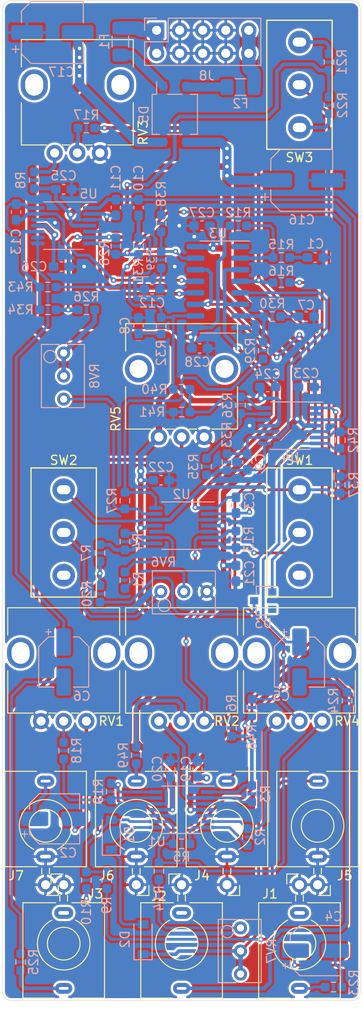
<source format=kicad_pcb>
(kicad_pcb (version 20171130) (host pcbnew 5.1.10-88a1d61d58~90~ubuntu21.04.1)
  (layers (0 F.Cu signal) (31 B.Cu signal) (34 B.Paste user) (35 F.Paste user) (36 B.SilkS user) (37 F.SilkS user) (38 B.Mask user hide) (39 F.Mask user hide) (44 Edge.Cuts user))
  (net 0 "")
  (net 1 "Net-(C2-Pad2)")
  (net 2 "Net-(C2-Pad1)")
  (net 3 "Net-(C4-Pad1)")
  (net 4 "Net-(C4-Pad2)")
  (net 5 "Net-(C5-Pad2)")
  (net 6 "Net-(C5-Pad1)")
  (net 7 "Net-(C6-Pad1)")
  (net 8 "Net-(C6-Pad2)")
  (net 9 +12V)
  (net 10 GND)
  (net 11 -12V)
  (net 12 "Net-(D1-Pad1)")
  (net 13 "Net-(D1-Pad2)")
  (net 14 FREQ_CV)
  (net 15 "Net-(D3-Pad1)")
  (net 16 "Net-(D3-Pad2)")
  (net 17 "Net-(D5-Pad1)")
  (net 18 "Net-(D5-Pad2)")
  (net 19 /V-)
  (net 20 /V+)
  (net 21 "Net-(J1-PadTN)")
  (net 22 "Net-(J1-PadT)")
  (net 23 "Net-(J2-PadT)")
  (net 24 "Net-(J2-PadTN)")
  (net 25 "Net-(J3-PadTN)")
  (net 26 "Net-(J3-PadT)")
  (net 27 "Net-(J4-PadT)")
  (net 28 "Net-(J5-PadT)")
  (net 29 "Net-(J6-PadT)")
  (net 30 "Net-(R8-Pad2)")
  (net 31 "Net-(R18-Pad2)")
  (net 32 "Net-(R13-Pad2)")
  (net 33 "Net-(R49-Pad1)")
  (net 34 "Net-(R3-Pad2)")
  (net 35 "Net-(R17-Pad2)")
  (net 36 "Net-(R48-Pad2)")
  (net 37 "Net-(R2-Pad2)")
  (net 38 "Net-(R10-Pad2)")
  (net 39 "Net-(RV6-Pad1)")
  (net 40 "Net-(R1-Pad2)")
  (net 41 "Net-(R14-Pad1)")
  (net 42 "Net-(R27-Pad2)")
  (net 43 "Net-(R26-Pad1)")
  (net 44 "Net-(SW1-Pad3)")
  (net 45 BP_OUT)
  (net 46 "Net-(SW2-Pad3)")
  (net 47 "Net-(R22-Pad2)")
  (net 48 "Net-(R19-Pad1)")
  (net 49 "Net-(R21-Pad2)")
  (net 50 "Net-(R3-Pad1)")
  (net 51 "Net-(R2-Pad1)")
  (net 52 "Net-(R18-Pad1)")
  (net 53 "Net-(R27-Pad1)")
  (net 54 "Net-(R1-Pad1)")
  (net 55 "Net-(R4-Pad1)")
  (net 56 "Net-(R13-Pad1)")
  (net 57 "Net-(C3-Pad2)")
  (net 58 RES_CV)
  (net 59 "Net-(U3-Pad1)")
  (net 60 "Net-(R12-Pad1)")
  (net 61 "Net-(C9-Pad2)")
  (net 62 "Net-(R29-Pad1)")
  (net 63 "Net-(C10-Pad2)")
  (net 64 "Net-(C11-Pad2)")
  (net 65 "Net-(C13-Pad2)")
  (net 66 "Net-(R38-Pad1)")
  (net 67 "Net-(R36-Pad1)")
  (net 68 "Net-(R35-Pad1)")
  (net 69 "Net-(C9-Pad1)")
  (net 70 "Net-(R37-Pad1)")
  (net 71 HP_OUT)
  (net 72 AUDIO_IN)
  (net 73 LP_OUT)
  (net 74 "Net-(C1-Pad1)")
  (net 75 "Net-(C7-Pad1)")
  (net 76 "Net-(C8-Pad1)")
  (net 77 "Net-(C12-Pad1)")
  (module Potentiometer_THT:Potentiometer_Bourns_3266Y_Vertical (layer B.Cu) (at 106.75 88.75 90)
    (fp_text reference RV8 (at -2.54 3.41 90) (layer B.SilkS) (effects (justify mirror)))
    (fp_text value 250K)
    (pad 3 thru_hole circle (at -5.08 0 90) (size 1.44 1.44) (drill 0.8) (layers *.Cu *.Mask) (net 42 "Net-(R27-Pad2)"))
    (pad 2 thru_hole circle (at -2.54 0 90) (size 1.44 1.44) (drill 0.8) (layers *.Cu *.Mask) (net 43 "Net-(R26-Pad1)"))
    (pad 1 thru_hole circle (at 0 0 90) (size 1.44 1.44) (drill 0.8) (layers *.Cu *.Mask) (net 43 "Net-(R26-Pad1)"))
  )
  (module Potentiometer_THT:Potentiometer_Bourns_3266Y_Vertical (layer B.Cu) (at 126.25 152 90)
    (fp_text reference RV7 (at -2.54 3.41 90) (layer B.SilkS) (effects (justify mirror)))
    (fp_text value 5K)
    (pad 3 thru_hole circle (at -5.08 0 90) (size 1.44 1.44) (drill 0.8) (layers *.Cu *.Mask) (net 14 FREQ_CV))
    (pad 2 thru_hole circle (at -2.54 0 90) (size 1.44 1.44) (drill 0.8) (layers *.Cu *.Mask) (net 14 FREQ_CV))
    (pad 1 thru_hole circle (at 0 0 90) (size 1.44 1.44) (drill 0.8) (layers *.Cu *.Mask) (net 41 "Net-(R14-Pad1)"))
  )
  (module Diode_SMD:D_SOD-123 (layer B.Cu) (at 115.5 153.25 90)
    (fp_text reference D2 (at 0 -2 90) (layer B.SilkS) (effects (justify mirror)))
    (fp_text value 1N4148)
    (pad 2 smd rect (at 1.65 0 90) (size 0.9 1.2) (layers B.Cu B.Paste B.Mask) (net 12 "Net-(D1-Pad1)"))
    (pad 1 smd rect (at -1.65 0 90) (size 0.9 1.2) (layers B.Cu B.Paste B.Mask) (net 14 FREQ_CV))
  )
  (module Diode_SMD:D_SOD-123 (layer B.Cu) (at 112 141.75 90)
    (fp_text reference D1 (at 0 2 90) (layer B.SilkS) (effects (justify mirror)))
    (fp_text value 1N4148)
    (pad 2 smd rect (at 1.65 0 90) (size 0.9 1.2) (layers B.Cu B.Paste B.Mask) (net 13 "Net-(D1-Pad2)"))
    (pad 1 smd rect (at -1.65 0 90) (size 0.9 1.2) (layers B.Cu B.Paste B.Mask) (net 12 "Net-(D1-Pad1)"))
  )
  (module Potentiometer_THT:Potentiometer_Bourns_3266Y_Vertical (layer B.Cu) (at 117.46 115 180)
    (fp_text reference RV6 (at -0.29 3.25) (layer B.SilkS) (effects (justify mirror)))
    (fp_text value 100K)
    (pad 3 thru_hole circle (at -5.08 0 180) (size 1.44 1.44) (drill 0.8) (layers *.Cu *.Mask) (net 10 GND))
    (pad 2 thru_hole circle (at -2.54 0 180) (size 1.44 1.44) (drill 0.8) (layers *.Cu *.Mask) (net 40 "Net-(R1-Pad2)"))
    (pad 1 thru_hole circle (at 0 0 180) (size 1.44 1.44) (drill 0.8) (layers *.Cu *.Mask) (net 39 "Net-(RV6-Pad1)"))
  )
  (module barullo_eurorack:Potentiometer_Alps-Alpha-Bourns_Single_Vertical (layer F.Cu) (at 122.25 98 90)
    (fp_text reference RV5 (at 2 -9.75 90) (layer F.SilkS))
    (fp_text value 100KB)
    (pad 3 thru_hole circle (at 0 -5 90) (size 1.8 1.8) (drill 1) (layers *.Cu *.Mask) (net 11 -12V))
    (pad 2 thru_hole circle (at 0 -2.5 90) (size 1.8 1.8) (drill 1) (layers *.Cu *.Mask) (net 38 "Net-(R10-Pad2)"))
    (pad 1 thru_hole circle (at 0 0 90) (size 1.8 1.8) (drill 1) (layers *.Cu *.Mask) (net 10 GND))
    (pad 4 thru_hole circle (at 7.5 -7.25 90) (size 3 3) (drill 2) (layers *.Cu *.Mask))
    (pad 4 thru_hole circle (at 7.5 2.25 90) (size 3 3) (drill 2) (layers *.Cu *.Mask))
  )
  (module Diode_SMD:D_SOT-23_ANK (layer B.Cu) (at 128.75 116 180)
    (fp_text reference D3 (at 0 -2.5) (layer B.SilkS) (effects (justify mirror)))
    (fp_text value 5V)
    (pad 1 smd rect (at 1 0 180) (size 0.9 0.8) (layers B.Cu B.Paste B.Mask) (net 15 "Net-(D3-Pad1)"))
    (pad "" smd rect (at -1 -0.95 180) (size 0.9 0.8) (layers B.Cu B.Paste B.Mask))
    (pad 2 smd rect (at -1 0.95 180) (size 0.9 0.8) (layers B.Cu B.Paste B.Mask) (net 16 "Net-(D3-Pad2)"))
  )
  (module Capacitor_SMD:CP_Elec_5x4.5 (layer B.Cu) (at 105.75 140)
    (fp_text reference C2 (at 1.5 3.75) (layer B.SilkS) (effects (justify mirror)))
    (fp_text value 10u)
    (pad 2 smd roundrect (at 2.2 0) (size 3 1.6) (layers B.Cu B.Paste B.Mask) (roundrect_rratio 0.15625) (net 1 "Net-(C2-Pad2)"))
    (pad 1 smd roundrect (at -2.2 0) (size 3 1.6) (layers B.Cu B.Paste B.Mask) (roundrect_rratio 0.15625) (net 2 "Net-(C2-Pad1)"))
  )
  (module Capacitor_SMD:CP_Elec_5x4.5 (layer B.Cu) (at 134.5 154.5)
    (fp_text reference C4 (at 2 -3.75) (layer B.SilkS) (effects (justify mirror)))
    (fp_text value 10u)
    (pad 1 smd roundrect (at -2.2 0) (size 3 1.6) (layers B.Cu B.Paste B.Mask) (roundrect_rratio 0.15625) (net 3 "Net-(C4-Pad1)"))
    (pad 2 smd roundrect (at 2.2 0) (size 3 1.6) (layers B.Cu B.Paste B.Mask) (roundrect_rratio 0.15625) (net 4 "Net-(C4-Pad2)"))
  )
  (module Capacitor_SMD:CP_Elec_5x4.5 (layer B.Cu) (at 132.75 122.75 270)
    (fp_text reference C5 (at 3.75 2 180) (layer B.SilkS) (effects (justify mirror)))
    (fp_text value 10u)
    (pad 2 smd roundrect (at 2.2 0 270) (size 3 1.6) (layers B.Cu B.Paste B.Mask) (roundrect_rratio 0.15625) (net 5 "Net-(C5-Pad2)"))
    (pad 1 smd roundrect (at -2.2 0 270) (size 3 1.6) (layers B.Cu B.Paste B.Mask) (roundrect_rratio 0.15625) (net 6 "Net-(C5-Pad1)"))
  )
  (module Capacitor_SMD:CP_Elec_5x4.5 (layer B.Cu) (at 106.75 122.75 270)
    (fp_text reference C6 (at 3.75 -2 180) (layer B.SilkS) (effects (justify mirror)))
    (fp_text value 10u)
    (pad 1 smd roundrect (at -2.2 0 270) (size 3 1.6) (layers B.Cu B.Paste B.Mask) (roundrect_rratio 0.15625) (net 7 "Net-(C6-Pad1)"))
    (pad 2 smd roundrect (at 2.2 0 270) (size 3 1.6) (layers B.Cu B.Paste B.Mask) (roundrect_rratio 0.15625) (net 8 "Net-(C6-Pad2)"))
  )
  (module Capacitor_SMD:CP_Elec_6.3x5.4 (layer B.Cu) (at 133 69.75)
    (fp_text reference C16 (at 0 4.35) (layer B.SilkS) (effects (justify mirror)))
    (fp_text value 22u)
    (pad 1 smd roundrect (at -2.8 0) (size 3.5 1.6) (layers B.Cu B.Paste B.Mask) (roundrect_rratio 0.15625) (net 9 +12V))
    (pad 2 smd roundrect (at 2.8 0) (size 3.5 1.6) (layers B.Cu B.Paste B.Mask) (roundrect_rratio 0.15625) (net 10 GND))
  )
  (module Capacitor_SMD:CP_Elec_6.3x5.4 (layer B.Cu) (at 105.5 53.5)
    (fp_text reference C17 (at 1 4.35) (layer B.SilkS) (effects (justify mirror)))
    (fp_text value 22u)
    (pad 2 smd roundrect (at 2.8 0) (size 3.5 1.6) (layers B.Cu B.Paste B.Mask) (roundrect_rratio 0.15625) (net 11 -12V))
    (pad 1 smd roundrect (at -2.8 0) (size 3.5 1.6) (layers B.Cu B.Paste B.Mask) (roundrect_rratio 0.15625) (net 10 GND))
  )
  (module Package_TO_SOT_SMD:TO-269AA (layer B.Cu) (at 119 62.5 270)
    (fp_text reference D5 (at 0 3.4 90) (layer B.SilkS) (effects (justify mirror)))
    (fp_text value MB2S)
    (pad 1 smd rect (at -3.075 1.27 270) (size 1 0.8) (layers B.Cu B.Paste B.Mask) (net 17 "Net-(D5-Pad1)"))
    (pad 2 smd rect (at -3.075 -1.27 270) (size 1 0.8) (layers B.Cu B.Paste B.Mask) (net 18 "Net-(D5-Pad2)"))
    (pad 3 smd rect (at 3.075 -1.27 270) (size 1 0.8) (layers B.Cu B.Paste B.Mask) (net 9 +12V))
    (pad 4 smd rect (at 3.075 1.27 270) (size 1 0.8) (layers B.Cu B.Paste B.Mask) (net 11 -12V))
  )
  (module Fuse:Fuse_1206_3216Metric_Pad1.42x1.75mm_HandSolder (layer B.Cu) (at 113 54.5 90)
    (fp_text reference F1 (at 0 -1.75 90) (layer B.SilkS) (effects (justify mirror)))
    (fp_text value MF-NSMF050-2)
    (pad 2 smd roundrect (at 1.4875 0 90) (size 1.425 1.75) (layers B.Cu B.Paste B.Mask) (roundrect_rratio 0.175439) (net 19 /V-))
    (pad 1 smd roundrect (at -1.4875 0 90) (size 1.425 1.75) (layers B.Cu B.Paste B.Mask) (roundrect_rratio 0.175439) (net 17 "Net-(D5-Pad1)"))
  )
  (module Fuse:Fuse_1206_3216Metric_Pad1.42x1.75mm_HandSolder (layer B.Cu) (at 126.25 59.5)
    (fp_text reference F2 (at 0 1.82) (layer B.SilkS) (effects (justify mirror)))
    (fp_text value MF-NSMF050-2)
    (pad 1 smd roundrect (at -1.4875 0) (size 1.425 1.75) (layers B.Cu B.Paste B.Mask) (roundrect_rratio 0.175439) (net 18 "Net-(D5-Pad2)"))
    (pad 2 smd roundrect (at 1.4875 0) (size 1.425 1.75) (layers B.Cu B.Paste B.Mask) (roundrect_rratio 0.175439) (net 20 /V+))
  )
  (module barullo_eurorack:Jack_3.5mm_QingPu_WQP-PJ398SM_Vertical_CircularHoles (layer F.Cu) (at 132.75 147.25)
    (fp_text reference J1 (at -3.25 1 180) (layer F.SilkS))
    (fp_text value PJ398SM)
    (pad TN thru_hole oval (at 0 3.1 180) (size 2.1 1.3) (drill oval 1.2 0.4) (layers *.Cu *.Mask) (net 21 "Net-(J1-PadTN)"))
    (pad S thru_hole oval (at 0 0 180) (size 1.7 1.7) (drill oval 1) (layers *.Cu *.Mask) (net 10 GND))
    (pad T thru_hole oval (at 0 11.4 180) (size 1.9 1.2) (drill oval 1.1 0.3) (layers *.Cu *.Mask) (net 22 "Net-(J1-PadT)"))
  )
  (module barullo_eurorack:Jack_3.5mm_QingPu_WQP-PJ398SM_Vertical_CircularHoles (layer F.Cu) (at 119.75 147.25)
    (fp_text reference J2 (at -2.5 1.25 180) (layer F.SilkS))
    (fp_text value PJ398SM)
    (pad T thru_hole oval (at 0 11.4 180) (size 1.9 1.2) (drill oval 1.1 0.3) (layers *.Cu *.Mask) (net 23 "Net-(J2-PadT)"))
    (pad S thru_hole oval (at 0 0 180) (size 1.7 1.7) (drill oval 1) (layers *.Cu *.Mask) (net 10 GND))
    (pad TN thru_hole oval (at 0 3.1 180) (size 2.1 1.3) (drill oval 1.2 0.4) (layers *.Cu *.Mask) (net 24 "Net-(J2-PadTN)"))
  )
  (module barullo_eurorack:Jack_3.5mm_QingPu_WQP-PJ398SM_Vertical_CircularHoles (layer F.Cu) (at 106.75 147.25)
    (fp_text reference J3 (at 3.5 1 180) (layer F.SilkS))
    (fp_text value PJ398SM)
    (pad TN thru_hole oval (at 0 3.1 180) (size 2.1 1.3) (drill oval 1.2 0.4) (layers *.Cu *.Mask) (net 25 "Net-(J3-PadTN)"))
    (pad S thru_hole oval (at 0 0 180) (size 1.7 1.7) (drill oval 1) (layers *.Cu *.Mask) (net 10 GND))
    (pad T thru_hole oval (at 0 11.4 180) (size 1.9 1.2) (drill oval 1.1 0.3) (layers *.Cu *.Mask) (net 26 "Net-(J3-PadT)"))
  )
  (module barullo_eurorack:Jack_3.5mm_QingPu_WQP-PJ398SM_Vertical_CircularHoles (layer F.Cu) (at 124.75 147.25 180)
    (fp_text reference J4 (at 2.75 1 180) (layer F.SilkS))
    (fp_text value PJ398SM)
    (pad T thru_hole oval (at 0 11.4) (size 1.9 1.2) (drill oval 1.1 0.3) (layers *.Cu *.Mask) (net 27 "Net-(J4-PadT)"))
    (pad S thru_hole oval (at 0 0) (size 1.7 1.7) (drill oval 1) (layers *.Cu *.Mask) (net 10 GND))
    (pad TN thru_hole oval (at 0 3.1) (size 2.1 1.3) (drill oval 1.2 0.4) (layers *.Cu *.Mask) (net 10 GND))
  )
  (module barullo_eurorack:Jack_3.5mm_QingPu_WQP-PJ398SM_Vertical_CircularHoles (layer F.Cu) (at 134.75 147.25 180)
    (fp_text reference J5 (at -3 1 180) (layer F.SilkS))
    (fp_text value PJ398SM)
    (pad T thru_hole oval (at 0 11.4) (size 1.9 1.2) (drill oval 1.1 0.3) (layers *.Cu *.Mask) (net 28 "Net-(J5-PadT)"))
    (pad S thru_hole oval (at 0 0) (size 1.7 1.7) (drill oval 1) (layers *.Cu *.Mask) (net 10 GND))
    (pad TN thru_hole oval (at 0 3.1) (size 2.1 1.3) (drill oval 1.2 0.4) (layers *.Cu *.Mask) (net 10 GND))
  )
  (module barullo_eurorack:Jack_3.5mm_QingPu_WQP-PJ398SM_Vertical_CircularHoles (layer F.Cu) (at 114.75 147.25 180)
    (fp_text reference J6 (at 3.25 1 180) (layer F.SilkS))
    (fp_text value PJ398SM)
    (pad TN thru_hole oval (at 0 3.1) (size 2.1 1.3) (drill oval 1.2 0.4) (layers *.Cu *.Mask) (net 10 GND))
    (pad S thru_hole oval (at 0 0) (size 1.7 1.7) (drill oval 1) (layers *.Cu *.Mask) (net 10 GND))
    (pad T thru_hole oval (at 0 11.4) (size 1.9 1.2) (drill oval 1.1 0.3) (layers *.Cu *.Mask) (net 29 "Net-(J6-PadT)"))
  )
  (module barullo_eurorack:Jack_3.5mm_QingPu_WQP-PJ398SM_Vertical_CircularHoles (layer F.Cu) (at 104.75 147.25 180)
    (fp_text reference J7 (at 3.25 1 180) (layer F.SilkS))
    (fp_text value PJ398SM)
    (pad T thru_hole oval (at 0 11.4) (size 1.9 1.2) (drill oval 1.1 0.3) (layers *.Cu *.Mask) (net 2 "Net-(C2-Pad1)"))
    (pad S thru_hole oval (at 0 0) (size 1.7 1.7) (drill oval 1) (layers *.Cu *.Mask) (net 10 GND))
    (pad TN thru_hole oval (at 0 3.1) (size 2.1 1.3) (drill oval 1.2 0.4) (layers *.Cu *.Mask) (net 10 GND))
  )
  (module Connector_PinHeader_2.54mm:PinHeader_2x05_P2.54mm_Vertical (layer B.Cu) (at 117 53.25 270)
    (fp_text reference J8 (at 5 -5.5 180) (layer B.SilkS) (effects (justify mirror)))
    (fp_text value POWER)
    (pad 1 thru_hole rect (at 0 0 270) (size 1.7 1.7) (drill 1) (layers *.Cu *.Mask) (net 19 /V-))
    (pad 2 thru_hole oval (at 2.54 0 270) (size 1.7 1.7) (drill 1) (layers *.Cu *.Mask) (net 19 /V-))
    (pad 3 thru_hole oval (at 0 -2.54 270) (size 1.7 1.7) (drill 1) (layers *.Cu *.Mask) (net 10 GND))
    (pad 4 thru_hole oval (at 2.54 -2.54 270) (size 1.7 1.7) (drill 1) (layers *.Cu *.Mask) (net 10 GND))
    (pad 5 thru_hole oval (at 0 -5.08 270) (size 1.7 1.7) (drill 1) (layers *.Cu *.Mask) (net 10 GND))
    (pad 6 thru_hole oval (at 2.54 -5.08 270) (size 1.7 1.7) (drill 1) (layers *.Cu *.Mask) (net 10 GND))
    (pad 7 thru_hole oval (at 0 -7.62 270) (size 1.7 1.7) (drill 1) (layers *.Cu *.Mask) (net 10 GND))
    (pad 8 thru_hole oval (at 2.54 -7.62 270) (size 1.7 1.7) (drill 1) (layers *.Cu *.Mask) (net 10 GND))
    (pad 9 thru_hole oval (at 0 -10.16 270) (size 1.7 1.7) (drill 1) (layers *.Cu *.Mask) (net 20 /V+))
    (pad 10 thru_hole oval (at 2.54 -10.16 270) (size 1.7 1.7) (drill 1) (layers *.Cu *.Mask) (net 20 /V+))
  )
  (module Resistor_SMD:R_0603_1608Metric_Pad0.98x0.95mm_HandSolder (layer B.Cu) (at 103.5 69.75 90)
    (fp_text reference R8 (at 0 -1.5 90) (layer B.SilkS) (effects (justify mirror)))
    (fp_text value 56K)
    (pad 1 smd roundrect (at -0.9125 0 90) (size 0.975 0.95) (layers B.Cu B.Paste B.Mask) (net 9 +12V))
    (pad 2 smd roundrect (at 0.9125 0 90) (size 0.975 0.95) (layers B.Cu B.Paste B.Mask) (net 30 "Net-(R8-Pad2)"))
  )
  (module barullo_eurorack:Potentiometer_Trimmer_9mm_Vertical (layer F.Cu) (at 109.25 129.25 90)
    (fp_text reference RV1 (at 0 2.75 180) (layer F.SilkS))
    (fp_text value 100K)
    (pad 3 thru_hole circle (at 0 -5 90) (size 1.8 1.8) (drill 1) (layers *.Cu *.Mask) (net 10 GND))
    (pad 2 thru_hole circle (at 0 -2.5 90) (size 1.8 1.8) (drill 1) (layers *.Cu *.Mask) (net 31 "Net-(R18-Pad2)"))
    (pad 1 thru_hole circle (at 0 0 90) (size 1.8 1.8) (drill 1) (layers *.Cu *.Mask) (net 1 "Net-(C2-Pad2)"))
    (pad 4 thru_hole oval (at 7.5 -7.25 90) (size 3.4 3) (drill oval 2.4 2) (layers *.Cu *.Mask))
    (pad 4 thru_hole oval (at 7.5 2.25 90) (size 3.4 3) (drill oval 2.2 2) (layers *.Cu *.Mask))
  )
  (module barullo_eurorack:Potentiometer_Trimmer_9mm_Vertical (layer F.Cu) (at 122.25 129.25 90)
    (fp_text reference RV2 (at 0 2.5 180) (layer F.SilkS))
    (fp_text value 100K)
    (pad 4 thru_hole oval (at 7.5 2.25 90) (size 3.4 3) (drill oval 2.2 2) (layers *.Cu *.Mask))
    (pad 4 thru_hole oval (at 7.5 -7.25 90) (size 3.4 3) (drill oval 2.4 2) (layers *.Cu *.Mask))
    (pad 1 thru_hole circle (at 0 0 90) (size 1.8 1.8) (drill 1) (layers *.Cu *.Mask) (net 32 "Net-(R13-Pad2)"))
    (pad 2 thru_hole circle (at 0 -2.5 90) (size 1.8 1.8) (drill 1) (layers *.Cu *.Mask) (net 33 "Net-(R49-Pad1)"))
    (pad 3 thru_hole circle (at 0 -5 90) (size 1.8 1.8) (drill 1) (layers *.Cu *.Mask) (net 34 "Net-(R3-Pad2)"))
  )
  (module barullo_eurorack:Potentiometer_Trimmer_9mm_Vertical (layer F.Cu) (at 110.75 66.75 90)
    (fp_text reference RV3 (at 2.25 4.75 90) (layer F.SilkS))
    (fp_text value 100K)
    (pad 3 thru_hole circle (at 0 -5 90) (size 1.8 1.8) (drill 1) (layers *.Cu *.Mask) (net 30 "Net-(R8-Pad2)"))
    (pad 2 thru_hole circle (at 0 -2.5 90) (size 1.8 1.8) (drill 1) (layers *.Cu *.Mask) (net 35 "Net-(R17-Pad2)"))
    (pad 1 thru_hole circle (at 0 0 90) (size 1.8 1.8) (drill 1) (layers *.Cu *.Mask) (net 10 GND))
    (pad 4 thru_hole oval (at 7.5 -7.25 90) (size 3.4 3) (drill oval 2.4 2) (layers *.Cu *.Mask))
    (pad 4 thru_hole oval (at 7.5 2.25 90) (size 3.4 3) (drill oval 2.2 2) (layers *.Cu *.Mask))
  )
  (module barullo_eurorack:Potentiometer_Trimmer_9mm_Vertical (layer F.Cu) (at 135.25 129.25 90)
    (fp_text reference RV4 (at 0 2.75 180) (layer F.SilkS))
    (fp_text value 100K)
    (pad 4 thru_hole oval (at 7.5 2.25 90) (size 3.4 3) (drill oval 2.2 2) (layers *.Cu *.Mask))
    (pad 4 thru_hole oval (at 7.5 -7.25 90) (size 3.4 3) (drill oval 2.4 2) (layers *.Cu *.Mask))
    (pad 1 thru_hole circle (at 0 0 90) (size 1.8 1.8) (drill 1) (layers *.Cu *.Mask) (net 13 "Net-(D1-Pad2)"))
    (pad 2 thru_hole circle (at 0 -2.5 90) (size 1.8 1.8) (drill 1) (layers *.Cu *.Mask) (net 36 "Net-(R48-Pad2)"))
    (pad 3 thru_hole circle (at 0 -5 90) (size 1.8 1.8) (drill 1) (layers *.Cu *.Mask) (net 37 "Net-(R2-Pad2)"))
  )
  (module barullo_eurorack:SW_NKK_CS1xA (layer F.Cu) (at 132.75 108.5)
    (fp_text reference SW1 (at 0 -7.95) (layer F.SilkS))
    (fp_text value CS12ANW03)
    (pad 3 thru_hole oval (at 0 4.7) (size 2.5 2.5) (drill oval 1.5 1) (layers *.Cu *.Mask) (net 44 "Net-(SW1-Pad3)"))
    (pad 2 thru_hole oval (at 0 0) (size 2.5 2.5) (drill oval 1.5 1) (layers *.Cu *.Mask) (net 16 "Net-(D3-Pad2)"))
    (pad 1 thru_hole oval (at 0 -4.7) (size 2.5 2.5) (drill oval 1.5 1) (layers *.Cu *.Mask) (net 45 BP_OUT))
  )
  (module barullo_eurorack:SW_NKK_CS1xA (layer F.Cu) (at 106.75 108.5)
    (fp_text reference SW2 (at 0 -7.95) (layer F.SilkS))
    (fp_text value CS12ANW03)
    (pad 1 thru_hole oval (at 0 -4.7) (size 2.5 2.5) (drill oval 1.5 1) (layers *.Cu *.Mask) (net 45 BP_OUT))
    (pad 2 thru_hole oval (at 0 0) (size 2.5 2.5) (drill oval 1.5 1) (layers *.Cu *.Mask) (net 39 "Net-(RV6-Pad1)"))
    (pad 3 thru_hole oval (at 0 4.7) (size 2.5 2.5) (drill oval 1.5 1) (layers *.Cu *.Mask) (net 46 "Net-(SW2-Pad3)"))
  )
  (module barullo_eurorack:SW_NKK_CS1xA (layer F.Cu) (at 132.75 59.25)
    (fp_text reference SW3 (at 0 8) (layer F.SilkS))
    (fp_text value CS12ANW03)
    (pad 3 thru_hole oval (at 0 4.7) (size 2.5 2.5) (drill oval 1.5 1) (layers *.Cu *.Mask) (net 47 "Net-(R22-Pad2)"))
    (pad 2 thru_hole oval (at 0 0) (size 2.5 2.5) (drill oval 1.5 1) (layers *.Cu *.Mask) (net 48 "Net-(R19-Pad1)"))
    (pad 1 thru_hole oval (at 0 -4.7) (size 2.5 2.5) (drill oval 1.5 1) (layers *.Cu *.Mask) (net 49 "Net-(R21-Pad2)"))
  )
  (module Capacitor_SMD:C_0603_1608Metric_Pad1.08x0.95mm_HandSolder (layer B.Cu) (at 134.5 78.25)
    (fp_text reference C1 (at 0 -1.5) (layer B.SilkS) (effects (justify mirror)))
    (fp_text value 560p)
    (pad 2 smd roundrect (at 0.8625 0) (size 1.075 0.95) (layers B.Cu B.Paste B.Mask) (net 10 GND))
    (pad 1 smd roundrect (at -0.8625 0) (size 1.075 0.95) (layers B.Cu B.Paste B.Mask) (net 74 "Net-(C1-Pad1)"))
  )
  (module Capacitor_SMD:C_0603_1608Metric_Pad1.08x0.95mm_HandSolder (layer B.Cu) (at 125.75 105.5 270)
    (fp_text reference C3 (at -0.5 -1.5 90) (layer B.SilkS) (effects (justify mirror)))
    (fp_text value 100p)
    (pad 1 smd roundrect (at -0.8625 0 270) (size 1.075 0.95) (layers B.Cu B.Paste B.Mask) (net 58 RES_CV))
    (pad 2 smd roundrect (at 0.8625 0 270) (size 1.075 0.95) (layers B.Cu B.Paste B.Mask) (net 57 "Net-(C3-Pad2)"))
  )
  (module Capacitor_SMD:C_0603_1608Metric_Pad1.08x0.95mm_HandSolder (layer B.Cu) (at 133.5 84.75)
    (fp_text reference C7 (at 0 -1.25) (layer B.SilkS) (effects (justify mirror)))
    (fp_text value 560p)
    (pad 1 smd roundrect (at -0.8625 0) (size 1.075 0.95) (layers B.Cu B.Paste B.Mask) (net 75 "Net-(C7-Pad1)"))
    (pad 2 smd roundrect (at 0.8625 0) (size 1.075 0.95) (layers B.Cu B.Paste B.Mask) (net 10 GND))
  )
  (module Capacitor_SMD:C_0603_1608Metric_Pad1.08x0.95mm_HandSolder (layer B.Cu) (at 115 85.75 90)
    (fp_text reference C8 (at 0 -1.5 90) (layer B.SilkS) (effects (justify mirror)))
    (fp_text value 560p)
    (pad 2 smd roundrect (at 0.8625 0 90) (size 1.075 0.95) (layers B.Cu B.Paste B.Mask) (net 10 GND))
    (pad 1 smd roundrect (at -0.8625 0 90) (size 1.075 0.95) (layers B.Cu B.Paste B.Mask) (net 76 "Net-(C8-Pad1)"))
  )
  (module Capacitor_SMD:C_0603_1608Metric_Pad1.08x0.95mm_HandSolder (layer B.Cu) (at 127 100.75 90)
    (fp_text reference C9 (at 0 1.43 90) (layer B.SilkS) (effects (justify mirror)))
    (fp_text value 100p)
    (pad 2 smd roundrect (at 0.8625 0 90) (size 1.075 0.95) (layers B.Cu B.Paste B.Mask) (net 61 "Net-(C9-Pad2)"))
    (pad 1 smd roundrect (at -0.8625 0 90) (size 1.075 0.95) (layers B.Cu B.Paste B.Mask) (net 69 "Net-(C9-Pad1)"))
  )
  (module Capacitor_SMD:C_0603_1608Metric_Pad1.08x0.95mm_HandSolder (layer B.Cu) (at 115 72.75 270)
    (fp_text reference C10 (at -3.25 0 90) (layer B.SilkS) (effects (justify mirror)))
    (fp_text value 220p)
    (pad 1 smd roundrect (at -0.8625 0 270) (size 1.075 0.95) (layers B.Cu B.Paste B.Mask) (net 45 BP_OUT))
    (pad 2 smd roundrect (at 0.8625 0 270) (size 1.075 0.95) (layers B.Cu B.Paste B.Mask) (net 63 "Net-(C10-Pad2)"))
  )
  (module Capacitor_SMD:C_0603_1608Metric_Pad1.08x0.95mm_HandSolder (layer B.Cu) (at 112.5 72.75 270)
    (fp_text reference C11 (at -3.25 0 90) (layer B.SilkS) (effects (justify mirror)))
    (fp_text value 220p)
    (pad 2 smd roundrect (at 0.8625 0 270) (size 1.075 0.95) (layers B.Cu B.Paste B.Mask) (net 64 "Net-(C11-Pad2)"))
    (pad 1 smd roundrect (at -0.8625 0 270) (size 1.075 0.95) (layers B.Cu B.Paste B.Mask) (net 45 BP_OUT))
  )
  (module Capacitor_SMD:C_0603_1608Metric_Pad1.08x0.95mm_HandSolder (layer B.Cu) (at 116.5 81.75 180)
    (fp_text reference C12 (at 0 -1.5) (layer B.SilkS) (effects (justify mirror)))
    (fp_text value 560p)
    (pad 2 smd roundrect (at 0.8625 0 180) (size 1.075 0.95) (layers B.Cu B.Paste B.Mask) (net 10 GND))
    (pad 1 smd roundrect (at -0.8625 0 180) (size 1.075 0.95) (layers B.Cu B.Paste B.Mask) (net 77 "Net-(C12-Pad1)"))
  )
  (module Capacitor_SMD:C_0603_1608Metric_Pad1.08x0.95mm_HandSolder (layer B.Cu) (at 101.5 73.25 270)
    (fp_text reference C13 (at 3.25 0 90) (layer B.SilkS) (effects (justify mirror)))
    (fp_text value 220p)
    (pad 1 smd roundrect (at -0.8625 0 270) (size 1.075 0.95) (layers B.Cu B.Paste B.Mask) (net 73 LP_OUT))
    (pad 2 smd roundrect (at 0.8625 0 270) (size 1.075 0.95) (layers B.Cu B.Paste B.Mask) (net 65 "Net-(C13-Pad2)"))
  )
  (module Capacitor_SMD:C_0603_1608Metric_Pad1.08x0.95mm_HandSolder (layer B.Cu) (at 121.5 134.5 90)
    (fp_text reference C19 (at 0 -1.25 90) (layer B.SilkS) (effects (justify mirror)))
    (fp_text value 100n)
    (pad 1 smd roundrect (at -0.8625 0 90) (size 1.075 0.95) (layers B.Cu B.Paste B.Mask) (net 9 +12V))
    (pad 2 smd roundrect (at 0.8625 0 90) (size 1.075 0.95) (layers B.Cu B.Paste B.Mask) (net 10 GND))
  )
  (module Capacitor_SMD:C_0603_1608Metric_Pad1.08x0.95mm_HandSolder (layer B.Cu) (at 118.5 134.5 270)
    (fp_text reference C20 (at 0 1.43 90) (layer B.SilkS) (effects (justify mirror)))
    (fp_text value 100n)
    (pad 2 smd roundrect (at 0.8625 0 270) (size 1.075 0.95) (layers B.Cu B.Paste B.Mask) (net 11 -12V))
    (pad 1 smd roundrect (at -0.8625 0 270) (size 1.075 0.95) (layers B.Cu B.Paste B.Mask) (net 10 GND))
  )
  (module Capacitor_SMD:C_0603_1608Metric_Pad1.08x0.95mm_HandSolder (layer B.Cu) (at 125.75 113 270)
    (fp_text reference C21 (at 0 -1.5 90) (layer B.SilkS) (effects (justify mirror)))
    (fp_text value 100n)
    (pad 2 smd roundrect (at 0.8625 0 270) (size 1.075 0.95) (layers B.Cu B.Paste B.Mask) (net 10 GND))
    (pad 1 smd roundrect (at -0.8625 0 270) (size 1.075 0.95) (layers B.Cu B.Paste B.Mask) (net 9 +12V))
  )
  (module Capacitor_SMD:C_0603_1608Metric_Pad1.08x0.95mm_HandSolder (layer B.Cu) (at 117.5 102.75 180)
    (fp_text reference C22 (at 0 1.43) (layer B.SilkS) (effects (justify mirror)))
    (fp_text value 100n)
    (pad 1 smd roundrect (at -0.8625 0 180) (size 1.075 0.95) (layers B.Cu B.Paste B.Mask) (net 10 GND))
    (pad 2 smd roundrect (at 0.8625 0 180) (size 1.075 0.95) (layers B.Cu B.Paste B.Mask) (net 11 -12V))
  )
  (module Capacitor_SMD:C_0603_1608Metric_Pad1.08x0.95mm_HandSolder (layer B.Cu) (at 133.5 92.5)
    (fp_text reference C23 (at 0 -1.5) (layer B.SilkS) (effects (justify mirror)))
    (fp_text value 100n)
    (pad 1 smd roundrect (at -0.8625 0) (size 1.075 0.95) (layers B.Cu B.Paste B.Mask) (net 9 +12V))
    (pad 2 smd roundrect (at 0.8625 0) (size 1.075 0.95) (layers B.Cu B.Paste B.Mask) (net 10 GND))
  )
  (module Capacitor_SMD:C_0603_1608Metric_Pad1.08x0.95mm_HandSolder (layer B.Cu) (at 129.25 92.5 180)
    (fp_text reference C24 (at 0 1.43) (layer B.SilkS) (effects (justify mirror)))
    (fp_text value 100n)
    (pad 2 smd roundrect (at 0.8625 0 180) (size 1.075 0.95) (layers B.Cu B.Paste B.Mask) (net 11 -12V))
    (pad 1 smd roundrect (at -0.8625 0 180) (size 1.075 0.95) (layers B.Cu B.Paste B.Mask) (net 10 GND))
  )
  (module Capacitor_SMD:C_0603_1608Metric_Pad1.08x0.95mm_HandSolder (layer B.Cu) (at 106.75 70.75)
    (fp_text reference C25 (at 0 -1.5) (layer B.SilkS) (effects (justify mirror)))
    (fp_text value 100n)
    (pad 1 smd roundrect (at -0.8625 0) (size 1.075 0.95) (layers B.Cu B.Paste B.Mask) (net 9 +12V))
    (pad 2 smd roundrect (at 0.8625 0) (size 1.075 0.95) (layers B.Cu B.Paste B.Mask) (net 10 GND))
  )
  (module Capacitor_SMD:C_0603_1608Metric_Pad1.08x0.95mm_HandSolder (layer B.Cu) (at 106.5 79.25 180)
    (fp_text reference C26 (at 3 0) (layer B.SilkS) (effects (justify mirror)))
    (fp_text value 100n)
    (pad 2 smd roundrect (at 0.8625 0 180) (size 1.075 0.95) (layers B.Cu B.Paste B.Mask) (net 11 -12V))
    (pad 1 smd roundrect (at -0.8625 0 180) (size 1.075 0.95) (layers B.Cu B.Paste B.Mask) (net 10 GND))
  )
  (module Capacitor_SMD:C_0603_1608Metric_Pad1.08x0.95mm_HandSolder (layer B.Cu) (at 122 74.75 180)
    (fp_text reference C27 (at 0 1.43) (layer B.SilkS) (effects (justify mirror)))
    (fp_text value 100n)
    (pad 1 smd roundrect (at -0.8625 0 180) (size 1.075 0.95) (layers B.Cu B.Paste B.Mask) (net 9 +12V))
    (pad 2 smd roundrect (at 0.8625 0 180) (size 1.075 0.95) (layers B.Cu B.Paste B.Mask) (net 10 GND))
  )
  (module Capacitor_SMD:C_0603_1608Metric_Pad1.08x0.95mm_HandSolder (layer B.Cu) (at 121.75 88.25 180)
    (fp_text reference C28 (at 0.25 -1.5) (layer B.SilkS) (effects (justify mirror)))
    (fp_text value 100n)
    (pad 1 smd roundrect (at -0.8625 0 180) (size 1.075 0.95) (layers B.Cu B.Paste B.Mask) (net 10 GND))
    (pad 2 smd roundrect (at 0.8625 0 180) (size 1.075 0.95) (layers B.Cu B.Paste B.Mask) (net 11 -12V))
  )
  (module Resistor_SMD:R_0603_1608Metric_Pad0.98x0.95mm_HandSolder (layer B.Cu) (at 113.5 113.75 270)
    (fp_text reference R1 (at 0 -1.5 90) (layer B.SilkS) (effects (justify mirror)))
    (fp_text value 100K)
    (pad 1 smd roundrect (at -0.9125 0 270) (size 0.975 0.95) (layers B.Cu B.Paste B.Mask) (net 54 "Net-(R1-Pad1)"))
    (pad 2 smd roundrect (at 0.9125 0 270) (size 0.975 0.95) (layers B.Cu B.Paste B.Mask) (net 40 "Net-(R1-Pad2)"))
  )
  (module Resistor_SMD:R_0603_1608Metric_Pad0.98x0.95mm_HandSolder (layer B.Cu) (at 127 142 90)
    (fp_text reference R2 (at 0 1.43 90) (layer B.SilkS) (effects (justify mirror)))
    (fp_text value 47K)
    (pad 1 smd roundrect (at -0.9125 0 90) (size 0.975 0.95) (layers B.Cu B.Paste B.Mask) (net 51 "Net-(R2-Pad1)"))
    (pad 2 smd roundrect (at 0.9125 0 90) (size 0.975 0.95) (layers B.Cu B.Paste B.Mask) (net 37 "Net-(R2-Pad2)"))
  )
  (module Resistor_SMD:R_0603_1608Metric_Pad0.98x0.95mm_HandSolder (layer B.Cu) (at 127.5 137.25 270)
    (fp_text reference R3 (at 0 -1.5 90) (layer B.SilkS) (effects (justify mirror)))
    (fp_text value 100K)
    (pad 1 smd roundrect (at -0.9125 0 270) (size 0.975 0.95) (layers B.Cu B.Paste B.Mask) (net 50 "Net-(R3-Pad1)"))
    (pad 2 smd roundrect (at 0.9125 0 270) (size 0.975 0.95) (layers B.Cu B.Paste B.Mask) (net 34 "Net-(R3-Pad2)"))
  )
  (module Resistor_SMD:R_0603_1608Metric_Pad0.98x0.95mm_HandSolder (layer B.Cu) (at 113.5 109.5 90)
    (fp_text reference R4 (at 0 1.43 90) (layer B.SilkS) (effects (justify mirror)))
    (fp_text value 100K)
    (pad 1 smd roundrect (at -0.9125 0 90) (size 0.975 0.95) (layers B.Cu B.Paste B.Mask) (net 55 "Net-(R4-Pad1)"))
    (pad 2 smd roundrect (at 0.9125 0 90) (size 0.975 0.95) (layers B.Cu B.Paste B.Mask) (net 54 "Net-(R1-Pad1)"))
  )
  (module Resistor_SMD:R_0603_1608Metric_Pad0.98x0.95mm_HandSolder (layer B.Cu) (at 119.75 142.75)
    (fp_text reference R5 (at 0 1.43) (layer B.SilkS) (effects (justify mirror)))
    (fp_text value 47K)
    (pad 2 smd roundrect (at 0.9125 0) (size 0.975 0.95) (layers B.Cu B.Paste B.Mask) (net 51 "Net-(R2-Pad1)"))
    (pad 1 smd roundrect (at -0.9125 0) (size 0.975 0.95) (layers B.Cu B.Paste B.Mask) (net 13 "Net-(D1-Pad2)"))
  )
  (module Resistor_SMD:R_0603_1608Metric_Pad0.98x0.95mm_HandSolder (layer B.Cu) (at 125.25 130 90)
    (fp_text reference R6 (at 2.75 0 90) (layer B.SilkS) (effects (justify mirror)))
    (fp_text value 100K)
    (pad 1 smd roundrect (at -0.9125 0 90) (size 0.975 0.95) (layers B.Cu B.Paste B.Mask) (net 50 "Net-(R3-Pad1)"))
    (pad 2 smd roundrect (at 0.9125 0 90) (size 0.975 0.95) (layers B.Cu B.Paste B.Mask) (net 32 "Net-(R13-Pad2)"))
  )
  (module Resistor_SMD:R_0603_1608Metric_Pad0.98x0.95mm_HandSolder (layer B.Cu) (at 110.75 110.75 90)
    (fp_text reference R7 (at 0 -1.5 90) (layer B.SilkS) (effects (justify mirror)))
    (fp_text value 100K)
    (pad 2 smd roundrect (at 0.9125 0 90) (size 0.975 0.95) (layers B.Cu B.Paste B.Mask) (net 55 "Net-(R4-Pad1)"))
    (pad 1 smd roundrect (at -0.9125 0 90) (size 0.975 0.95) (layers B.Cu B.Paste B.Mask) (net 13 "Net-(D1-Pad2)"))
  )
  (module Resistor_SMD:R_0603_1608Metric_Pad0.98x0.95mm_HandSolder (layer B.Cu) (at 111.5 146.75 270)
    (fp_text reference R9 (at 2.75 0 90) (layer B.SilkS) (effects (justify mirror)))
    (fp_text value 100K)
    (pad 1 smd roundrect (at -0.9125 0 270) (size 0.975 0.95) (layers B.Cu B.Paste B.Mask) (net 13 "Net-(D1-Pad2)"))
    (pad 2 smd roundrect (at 0.9125 0 270) (size 0.975 0.95) (layers B.Cu B.Paste B.Mask) (net 28 "Net-(J5-PadT)"))
  )
  (module Resistor_SMD:R_0603_1608Metric_Pad0.98x0.95mm_HandSolder (layer B.Cu) (at 109.25 146.75 270)
    (fp_text reference R10 (at 3.5 0 90) (layer B.SilkS) (effects (justify mirror)))
    (fp_text value 100K)
    (pad 2 smd roundrect (at 0.9125 0 270) (size 0.975 0.95) (layers B.Cu B.Paste B.Mask) (net 38 "Net-(R10-Pad2)"))
    (pad 1 smd roundrect (at -0.9125 0 270) (size 0.975 0.95) (layers B.Cu B.Paste B.Mask) (net 13 "Net-(D1-Pad2)"))
  )
  (module Resistor_SMD:R_0603_1608Metric_Pad0.98x0.95mm_HandSolder (layer B.Cu) (at 126 74.75 180)
    (fp_text reference R12 (at 0 1.43) (layer B.SilkS) (effects (justify mirror)))
    (fp_text value 220K)
    (pad 2 smd roundrect (at 0.9125 0 180) (size 0.975 0.95) (layers B.Cu B.Paste B.Mask) (net 11 -12V))
    (pad 1 smd roundrect (at -0.9125 0 180) (size 0.975 0.95) (layers B.Cu B.Paste B.Mask) (net 60 "Net-(R12-Pad1)"))
  )
  (module Resistor_SMD:R_0603_1608Metric_Pad0.98x0.95mm_HandSolder (layer B.Cu) (at 125.75 109.25 90)
    (fp_text reference R13 (at 0 1.43 90) (layer B.SilkS) (effects (justify mirror)))
    (fp_text value 100K)
    (pad 1 smd roundrect (at -0.9125 0 90) (size 0.975 0.95) (layers B.Cu B.Paste B.Mask) (net 56 "Net-(R13-Pad1)"))
    (pad 2 smd roundrect (at 0.9125 0 90) (size 0.975 0.95) (layers B.Cu B.Paste B.Mask) (net 32 "Net-(R13-Pad2)"))
  )
  (module Resistor_SMD:R_0603_1608Metric_Pad0.98x0.95mm_HandSolder (layer B.Cu) (at 117.25 145.75 90)
    (fp_text reference R14 (at -3 0 90) (layer B.SilkS) (effects (justify mirror)))
    (fp_text value 15K)
    (pad 1 smd roundrect (at -0.9125 0 90) (size 0.975 0.95) (layers B.Cu B.Paste B.Mask) (net 41 "Net-(R14-Pad1)"))
    (pad 2 smd roundrect (at 0.9125 0 90) (size 0.975 0.95) (layers B.Cu B.Paste B.Mask) (net 13 "Net-(D1-Pad2)"))
  )
  (module Resistor_SMD:R_0603_1608Metric_Pad0.98x0.95mm_HandSolder (layer B.Cu) (at 130.75 78.25 180)
    (fp_text reference R15 (at 0 1.43) (layer B.SilkS) (effects (justify mirror)))
    (fp_text value 470R)
    (pad 1 smd roundrect (at -0.9125 0 180) (size 0.975 0.95) (layers B.Cu B.Paste B.Mask) (net 74 "Net-(C1-Pad1)"))
    (pad 2 smd roundrect (at 0.9125 0 180) (size 0.975 0.95) (layers B.Cu B.Paste B.Mask) (net 60 "Net-(R12-Pad1)"))
  )
  (module Resistor_SMD:R_0603_1608Metric_Pad0.98x0.95mm_HandSolder (layer B.Cu) (at 130.75 81)
    (fp_text reference R16 (at 0 -1.25) (layer B.SilkS) (effects (justify mirror)))
    (fp_text value 100K)
    (pad 2 smd roundrect (at 0.9125 0) (size 0.975 0.95) (layers B.Cu B.Paste B.Mask) (net 56 "Net-(R13-Pad1)"))
    (pad 1 smd roundrect (at -0.9125 0) (size 0.975 0.95) (layers B.Cu B.Paste B.Mask) (net 57 "Net-(C3-Pad2)"))
  )
  (module Resistor_SMD:R_0603_1608Metric_Pad0.98x0.95mm_HandSolder (layer B.Cu) (at 109.25 64 180)
    (fp_text reference R17 (at 0 1.43) (layer B.SilkS) (effects (justify mirror)))
    (fp_text value 100K)
    (pad 1 smd roundrect (at -0.9125 0 180) (size 0.975 0.95) (layers B.Cu B.Paste B.Mask) (net 57 "Net-(C3-Pad2)"))
    (pad 2 smd roundrect (at 0.9125 0 180) (size 0.975 0.95) (layers B.Cu B.Paste B.Mask) (net 35 "Net-(R17-Pad2)"))
  )
  (module Resistor_SMD:R_0603_1608Metric_Pad0.98x0.95mm_HandSolder (layer B.Cu) (at 106.75 132.5 90)
    (fp_text reference R18 (at 0 1.43 90) (layer B.SilkS) (effects (justify mirror)))
    (fp_text value 22K)
    (pad 1 smd roundrect (at -0.9125 0 90) (size 0.975 0.95) (layers B.Cu B.Paste B.Mask) (net 52 "Net-(R18-Pad1)"))
    (pad 2 smd roundrect (at 0.9125 0 90) (size 0.975 0.95) (layers B.Cu B.Paste B.Mask) (net 31 "Net-(R18-Pad2)"))
  )
  (module Resistor_SMD:R_0603_1608Metric_Pad0.98x0.95mm_HandSolder (layer B.Cu) (at 112 137 270)
    (fp_text reference R19 (at 0 1.43 90) (layer B.SilkS) (effects (justify mirror)))
    (fp_text value 47K)
    (pad 2 smd roundrect (at 0.9125 0 270) (size 0.975 0.95) (layers B.Cu B.Paste B.Mask) (net 52 "Net-(R18-Pad1)"))
    (pad 1 smd roundrect (at -0.9125 0 270) (size 0.975 0.95) (layers B.Cu B.Paste B.Mask) (net 48 "Net-(R19-Pad1)"))
  )
  (module Resistor_SMD:R_0603_1608Metric_Pad0.98x0.95mm_HandSolder (layer B.Cu) (at 110.75 115.25 270)
    (fp_text reference R20 (at 0 1.43 90) (layer B.SilkS) (effects (justify mirror)))
    (fp_text value 100K)
    (pad 2 smd roundrect (at 0.9125 0 270) (size 0.975 0.95) (layers B.Cu B.Paste B.Mask) (net 15 "Net-(D3-Pad1)"))
    (pad 1 smd roundrect (at -0.9125 0 270) (size 0.975 0.95) (layers B.Cu B.Paste B.Mask) (net 13 "Net-(D1-Pad2)"))
  )
  (module Resistor_SMD:R_0603_1608Metric_Pad0.98x0.95mm_HandSolder (layer B.Cu) (at 136 56.75 90)
    (fp_text reference R21 (at 0 1.43 90) (layer B.SilkS) (effects (justify mirror)))
    (fp_text value 10K)
    (pad 1 smd roundrect (at -0.9125 0 90) (size 0.975 0.95) (layers B.Cu B.Paste B.Mask) (net 72 AUDIO_IN))
    (pad 2 smd roundrect (at 0.9125 0 90) (size 0.975 0.95) (layers B.Cu B.Paste B.Mask) (net 49 "Net-(R21-Pad2)"))
  )
  (module Resistor_SMD:R_0603_1608Metric_Pad0.98x0.95mm_HandSolder (layer B.Cu) (at 136 61.5 270)
    (fp_text reference R22 (at 0 -1.5 90) (layer B.SilkS) (effects (justify mirror)))
    (fp_text value 47K)
    (pad 2 smd roundrect (at 0.9125 0 270) (size 0.975 0.95) (layers B.Cu B.Paste B.Mask) (net 47 "Net-(R22-Pad2)"))
    (pad 1 smd roundrect (at -0.9125 0 270) (size 0.975 0.95) (layers B.Cu B.Paste B.Mask) (net 72 AUDIO_IN))
  )
  (module Resistor_SMD:R_0603_1608Metric_Pad0.98x0.95mm_HandSolder (layer B.Cu) (at 136.5 158.5)
    (fp_text reference R23 (at 2.25 -0.5 90) (layer B.SilkS) (effects (justify mirror)))
    (fp_text value 1K)
    (pad 2 smd roundrect (at 0.9125 0) (size 0.975 0.95) (layers B.Cu B.Paste B.Mask) (net 4 "Net-(C4-Pad2)"))
    (pad 1 smd roundrect (at -0.9125 0) (size 0.975 0.95) (layers B.Cu B.Paste B.Mask) (net 22 "Net-(J1-PadT)"))
  )
  (module Resistor_SMD:R_0603_1608Metric_Pad0.98x0.95mm_HandSolder (layer B.Cu) (at 138 127 90)
    (fp_text reference R24 (at 0 -1.5 90) (layer B.SilkS) (effects (justify mirror)))
    (fp_text value 1K)
    (pad 1 smd roundrect (at -0.9125 0 90) (size 0.975 0.95) (layers B.Cu B.Paste B.Mask) (net 23 "Net-(J2-PadT)"))
    (pad 2 smd roundrect (at 0.9125 0 90) (size 0.975 0.95) (layers B.Cu B.Paste B.Mask) (net 5 "Net-(C5-Pad2)"))
  )
  (module Resistor_SMD:R_0603_1608Metric_Pad0.98x0.95mm_HandSolder (layer B.Cu) (at 102 155.75 90)
    (fp_text reference R25 (at 0 1.43 90) (layer B.SilkS) (effects (justify mirror)))
    (fp_text value 1K)
    (pad 2 smd roundrect (at 0.9125 0 90) (size 0.975 0.95) (layers B.Cu B.Paste B.Mask) (net 8 "Net-(C6-Pad2)"))
    (pad 1 smd roundrect (at -0.9125 0 90) (size 0.975 0.95) (layers B.Cu B.Paste B.Mask) (net 26 "Net-(J3-PadT)"))
  )
  (module Resistor_SMD:R_0603_1608Metric_Pad0.98x0.95mm_HandSolder (layer B.Cu) (at 109.25 84 180)
    (fp_text reference R26 (at 0 1.43) (layer B.SilkS) (effects (justify mirror)))
    (fp_text value 330K)
    (pad 2 smd roundrect (at 0.9125 0 180) (size 0.975 0.95) (layers B.Cu B.Paste B.Mask) (net 72 AUDIO_IN))
    (pad 1 smd roundrect (at -0.9125 0 180) (size 0.975 0.95) (layers B.Cu B.Paste B.Mask) (net 43 "Net-(R26-Pad1)"))
  )
  (module Resistor_SMD:R_0603_1608Metric_Pad0.98x0.95mm_HandSolder (layer B.Cu) (at 113.5 105 270)
    (fp_text reference R27 (at 0 1.43 90) (layer B.SilkS) (effects (justify mirror)))
    (fp_text value 33K)
    (pad 2 smd roundrect (at 0.9125 0 270) (size 0.975 0.95) (layers B.Cu B.Paste B.Mask) (net 42 "Net-(R27-Pad2)"))
    (pad 1 smd roundrect (at -0.9125 0 270) (size 0.975 0.95) (layers B.Cu B.Paste B.Mask) (net 53 "Net-(R27-Pad1)"))
  )
  (module Resistor_SMD:R_0603_1608Metric_Pad0.98x0.95mm_HandSolder (layer B.Cu) (at 112.5 77 90)
    (fp_text reference R28 (at -0.75 -1.25 90) (layer B.SilkS) (effects (justify mirror)))
    (fp_text value 33K)
    (pad 1 smd roundrect (at -0.9125 0 90) (size 0.975 0.95) (layers B.Cu B.Paste B.Mask) (net 71 HP_OUT))
    (pad 2 smd roundrect (at 0.9125 0 90) (size 0.975 0.95) (layers B.Cu B.Paste B.Mask) (net 72 AUDIO_IN))
  )
  (module Resistor_SMD:R_0603_1608Metric_Pad0.98x0.95mm_HandSolder (layer B.Cu) (at 128.75 88.5 270)
    (fp_text reference R29 (at 0 1.43 90) (layer B.SilkS) (effects (justify mirror)))
    (fp_text value 33K)
    (pad 1 smd roundrect (at -0.9125 0 270) (size 0.975 0.95) (layers B.Cu B.Paste B.Mask) (net 62 "Net-(R29-Pad1)"))
    (pad 2 smd roundrect (at 0.9125 0 270) (size 0.975 0.95) (layers B.Cu B.Paste B.Mask) (net 53 "Net-(R27-Pad1)"))
  )
  (module Resistor_SMD:R_0603_1608Metric_Pad0.98x0.95mm_HandSolder (layer B.Cu) (at 129.75 84.75 180)
    (fp_text reference R30 (at 0 1.43) (layer B.SilkS) (effects (justify mirror)))
    (fp_text value 470R)
    (pad 2 smd roundrect (at 0.9125 0 180) (size 0.975 0.95) (layers B.Cu B.Paste B.Mask) (net 62 "Net-(R29-Pad1)"))
    (pad 1 smd roundrect (at -0.9125 0 180) (size 0.975 0.95) (layers B.Cu B.Paste B.Mask) (net 75 "Net-(C7-Pad1)"))
  )
  (module Resistor_SMD:R_0603_1608Metric_Pad0.98x0.95mm_HandSolder (layer B.Cu) (at 115 77 270)
    (fp_text reference R31 (at 2.75 0 90) (layer B.SilkS) (effects (justify mirror)))
    (fp_text value 33K)
    (pad 1 smd roundrect (at -0.9125 0 270) (size 0.975 0.95) (layers B.Cu B.Paste B.Mask) (net 63 "Net-(C10-Pad2)"))
    (pad 2 smd roundrect (at 0.9125 0 270) (size 0.975 0.95) (layers B.Cu B.Paste B.Mask) (net 71 HP_OUT))
  )
  (module Resistor_SMD:R_0603_1608Metric_Pad0.98x0.95mm_HandSolder (layer B.Cu) (at 117.5 85.75 90)
    (fp_text reference R32 (at -3 0 90) (layer B.SilkS) (effects (justify mirror)))
    (fp_text value 470R)
    (pad 2 smd roundrect (at 0.9125 0 90) (size 0.975 0.95) (layers B.Cu B.Paste B.Mask) (net 63 "Net-(C10-Pad2)"))
    (pad 1 smd roundrect (at -0.9125 0 90) (size 0.975 0.95) (layers B.Cu B.Paste B.Mask) (net 76 "Net-(C8-Pad1)"))
  )
  (module Resistor_SMD:R_0603_1608Metric_Pad0.98x0.95mm_HandSolder (layer B.Cu) (at 124.75 100.75 90)
    (fp_text reference R33 (at 3 0 90) (layer B.SilkS) (effects (justify mirror)))
    (fp_text value 33K)
    (pad 1 smd roundrect (at -0.9125 0 90) (size 0.975 0.95) (layers B.Cu B.Paste B.Mask) (net 69 "Net-(C9-Pad1)"))
    (pad 2 smd roundrect (at 0.9125 0 90) (size 0.975 0.95) (layers B.Cu B.Paste B.Mask) (net 61 "Net-(C9-Pad2)"))
  )
  (module Resistor_SMD:R_0603_1608Metric_Pad0.98x0.95mm_HandSolder (layer B.Cu) (at 105 84)
    (fp_text reference R34 (at -3 0) (layer B.SilkS) (effects (justify mirror)))
    (fp_text value 33K)
    (pad 2 smd roundrect (at 0.9125 0) (size 0.975 0.95) (layers B.Cu B.Paste B.Mask) (net 72 AUDIO_IN))
    (pad 1 smd roundrect (at -0.9125 0) (size 0.975 0.95) (layers B.Cu B.Paste B.Mask) (net 73 LP_OUT))
  )
  (module Resistor_SMD:R_0603_1608Metric_Pad0.98x0.95mm_HandSolder (layer B.Cu) (at 122.5 101.25 270)
    (fp_text reference R35 (at 0 1.43 90) (layer B.SilkS) (effects (justify mirror)))
    (fp_text value 33K)
    (pad 1 smd roundrect (at -0.9125 0 270) (size 0.975 0.95) (layers B.Cu B.Paste B.Mask) (net 68 "Net-(R35-Pad1)"))
    (pad 2 smd roundrect (at 0.9125 0 270) (size 0.975 0.95) (layers B.Cu B.Paste B.Mask) (net 69 "Net-(C9-Pad1)"))
  )
  (module Resistor_SMD:R_0603_1608Metric_Pad0.98x0.95mm_HandSolder (layer B.Cu) (at 126.25 94.5 270)
    (fp_text reference R36 (at 0 1.43 90) (layer B.SilkS) (effects (justify mirror)))
    (fp_text value 33K)
    (pad 2 smd roundrect (at 0.9125 0 270) (size 0.975 0.95) (layers B.Cu B.Paste B.Mask) (net 68 "Net-(R35-Pad1)"))
    (pad 1 smd roundrect (at -0.9125 0 270) (size 0.975 0.95) (layers B.Cu B.Paste B.Mask) (net 67 "Net-(R36-Pad1)"))
  )
  (module Resistor_SMD:R_0603_1608Metric_Pad0.98x0.95mm_HandSolder (layer B.Cu) (at 137.25 103.25 270)
    (fp_text reference R37 (at 0 -1.5 90) (layer B.SilkS) (effects (justify mirror)))
    (fp_text value 100K)
    (pad 2 smd roundrect (at 0.9125 0 270) (size 0.975 0.95) (layers B.Cu B.Paste B.Mask) (net 45 BP_OUT))
    (pad 1 smd roundrect (at -0.9125 0 270) (size 0.975 0.95) (layers B.Cu B.Paste B.Mask) (net 70 "Net-(R37-Pad1)"))
  )
  (module Resistor_SMD:R_0603_1608Metric_Pad0.98x0.95mm_HandSolder (layer B.Cu) (at 117.5 74.5 90)
    (fp_text reference R38 (at 3.25 0 90) (layer B.SilkS) (effects (justify mirror)))
    (fp_text value 33K)
    (pad 1 smd roundrect (at -0.9125 0 90) (size 0.975 0.95) (layers B.Cu B.Paste B.Mask) (net 66 "Net-(R38-Pad1)"))
    (pad 2 smd roundrect (at 0.9125 0 90) (size 0.975 0.95) (layers B.Cu B.Paste B.Mask) (net 45 BP_OUT))
  )
  (module Resistor_SMD:R_0603_1608Metric_Pad0.98x0.95mm_HandSolder (layer B.Cu) (at 117.5 78.5 90)
    (fp_text reference R39 (at 0 -1.15 90) (layer B.SilkS) (effects (font (size 0.8 0.8) (thickness 0.11)) (justify mirror)))
    (fp_text value 470R)
    (pad 2 smd roundrect (at 0.9125 0 90) (size 0.975 0.95) (layers B.Cu B.Paste B.Mask) (net 66 "Net-(R38-Pad1)"))
    (pad 1 smd roundrect (at -0.9125 0 90) (size 0.975 0.95) (layers B.Cu B.Paste B.Mask) (net 77 "Net-(C12-Pad1)"))
  )
  (module Resistor_SMD:R_0603_1608Metric_Pad0.98x0.95mm_HandSolder (layer B.Cu) (at 119.75 92.75 180)
    (fp_text reference R40 (at 3 0) (layer B.SilkS) (effects (justify mirror)))
    (fp_text value 15K)
    (pad 2 smd roundrect (at 0.9125 0 180) (size 0.975 0.95) (layers B.Cu B.Paste B.Mask) (net 63 "Net-(C10-Pad2)"))
    (pad 1 smd roundrect (at -0.9125 0 180) (size 0.975 0.95) (layers B.Cu B.Paste B.Mask) (net 67 "Net-(R36-Pad1)"))
  )
  (module Resistor_SMD:R_0603_1608Metric_Pad0.98x0.95mm_HandSolder (layer B.Cu) (at 119.75 95.25)
    (fp_text reference R41 (at -3.25 0) (layer B.SilkS) (effects (justify mirror)))
    (fp_text value 1K5)
    (pad 1 smd roundrect (at -0.9125 0) (size 0.975 0.95) (layers B.Cu B.Paste B.Mask) (net 10 GND))
    (pad 2 smd roundrect (at 0.9125 0) (size 0.975 0.95) (layers B.Cu B.Paste B.Mask) (net 67 "Net-(R36-Pad1)"))
  )
  (module Resistor_SMD:R_0603_1608Metric_Pad0.98x0.95mm_HandSolder (layer B.Cu) (at 137.25 98.3375 90)
    (fp_text reference R42 (at 0 1.43 90) (layer B.SilkS) (effects (justify mirror)))
    (fp_text value 100K)
    (pad 1 smd roundrect (at -0.9125 0 90) (size 0.975 0.95) (layers B.Cu B.Paste B.Mask) (net 6 "Net-(C5-Pad1)"))
    (pad 2 smd roundrect (at 0.9125 0 90) (size 0.975 0.95) (layers B.Cu B.Paste B.Mask) (net 70 "Net-(R37-Pad1)"))
  )
  (module Resistor_SMD:R_0603_1608Metric_Pad0.98x0.95mm_HandSolder (layer B.Cu) (at 105 81.5)
    (fp_text reference R43 (at -3 0) (layer B.SilkS) (effects (justify mirror)))
    (fp_text value 470K)
    (pad 1 smd roundrect (at -0.9125 0) (size 0.975 0.95) (layers B.Cu B.Paste B.Mask) (net 73 LP_OUT))
    (pad 2 smd roundrect (at 0.9125 0) (size 0.975 0.95) (layers B.Cu B.Paste B.Mask) (net 66 "Net-(R38-Pad1)"))
  )
  (module Resistor_SMD:R_0603_1608Metric_Pad0.98x0.95mm_HandSolder (layer B.Cu) (at 127.5 127.75 90)
    (fp_text reference R48 (at -3.25 0 90) (layer B.SilkS) (effects (justify mirror)))
    (fp_text value 47K)
    (pad 2 smd roundrect (at 0.9125 0 90) (size 0.975 0.95) (layers B.Cu B.Paste B.Mask) (net 36 "Net-(R48-Pad2)"))
    (pad 1 smd roundrect (at -0.9125 0 90) (size 0.975 0.95) (layers B.Cu B.Paste B.Mask) (net 27 "Net-(J4-PadT)"))
  )
  (module Resistor_SMD:R_0603_1608Metric_Pad0.98x0.95mm_HandSolder (layer B.Cu) (at 114.75 133 270)
    (fp_text reference R49 (at 0 1.43 90) (layer B.SilkS) (effects (justify mirror)))
    (fp_text value 100K)
    (pad 2 smd roundrect (at 0.9125 0 270) (size 0.975 0.95) (layers B.Cu B.Paste B.Mask) (net 29 "Net-(J6-PadT)"))
    (pad 1 smd roundrect (at -0.9125 0 270) (size 0.975 0.95) (layers B.Cu B.Paste B.Mask) (net 33 "Net-(R49-Pad1)"))
  )
  (module Package_SO:TSSOP-14_4.4x5mm_P0.65mm (layer B.Cu) (at 119.75 139 180)
    (fp_text reference U1 (at 2.75 -3.5) (layer B.SilkS) (effects (justify mirror)))
    (fp_text value TL074)
    (pad 1 smd roundrect (at -2.8625 1.95 180) (size 1.475 0.4) (layers B.Cu B.Paste B.Mask) (net 50 "Net-(R3-Pad1)"))
    (pad 2 smd roundrect (at -2.8625 1.3 180) (size 1.475 0.4) (layers B.Cu B.Paste B.Mask) (net 34 "Net-(R3-Pad2)"))
    (pad 3 smd roundrect (at -2.8625 0.65 180) (size 1.475 0.4) (layers B.Cu B.Paste B.Mask) (net 10 GND))
    (pad 4 smd roundrect (at -2.8625 0 180) (size 1.475 0.4) (layers B.Cu B.Paste B.Mask) (net 9 +12V))
    (pad 5 smd roundrect (at -2.8625 -0.65 180) (size 1.475 0.4) (layers B.Cu B.Paste B.Mask) (net 10 GND))
    (pad 6 smd roundrect (at -2.8625 -1.3 180) (size 1.475 0.4) (layers B.Cu B.Paste B.Mask) (net 37 "Net-(R2-Pad2)"))
    (pad 7 smd roundrect (at -2.8625 -1.95 180) (size 1.475 0.4) (layers B.Cu B.Paste B.Mask) (net 51 "Net-(R2-Pad1)"))
    (pad 8 smd roundrect (at 2.8625 -1.95 180) (size 1.475 0.4) (layers B.Cu B.Paste B.Mask) (net 12 "Net-(D1-Pad1)"))
    (pad 9 smd roundrect (at 2.8625 -1.3 180) (size 1.475 0.4) (layers B.Cu B.Paste B.Mask) (net 13 "Net-(D1-Pad2)"))
    (pad 10 smd roundrect (at 2.8625 -0.65 180) (size 1.475 0.4) (layers B.Cu B.Paste B.Mask) (net 10 GND))
    (pad 11 smd roundrect (at 2.8625 0 180) (size 1.475 0.4) (layers B.Cu B.Paste B.Mask) (net 11 -12V))
    (pad 12 smd roundrect (at 2.8625 0.65 180) (size 1.475 0.4) (layers B.Cu B.Paste B.Mask) (net 10 GND))
    (pad 13 smd roundrect (at 2.8625 1.3 180) (size 1.475 0.4) (layers B.Cu B.Paste B.Mask) (net 52 "Net-(R18-Pad1)"))
    (pad 14 smd roundrect (at 2.8625 1.95 180) (size 1.475 0.4) (layers B.Cu B.Paste B.Mask) (net 48 "Net-(R19-Pad1)"))
  )
  (module Package_SO:TSSOP-14_4.4x5mm_P0.65mm (layer B.Cu) (at 119.75 107.75 180)
    (fp_text reference U2 (at 0 3.45) (layer B.SilkS) (effects (justify mirror)))
    (fp_text value TL074)
    (pad 14 smd roundrect (at 2.8625 1.95 180) (size 1.475 0.4) (layers B.Cu B.Paste B.Mask) (net 53 "Net-(R27-Pad1)"))
    (pad 13 smd roundrect (at 2.8625 1.3 180) (size 1.475 0.4) (layers B.Cu B.Paste B.Mask) (net 42 "Net-(R27-Pad2)"))
    (pad 12 smd roundrect (at 2.8625 0.65 180) (size 1.475 0.4) (layers B.Cu B.Paste B.Mask) (net 45 BP_OUT))
    (pad 11 smd roundrect (at 2.8625 0 180) (size 1.475 0.4) (layers B.Cu B.Paste B.Mask) (net 11 -12V))
    (pad 10 smd roundrect (at 2.8625 -0.65 180) (size 1.475 0.4) (layers B.Cu B.Paste B.Mask) (net 10 GND))
    (pad 9 smd roundrect (at 2.8625 -1.3 180) (size 1.475 0.4) (layers B.Cu B.Paste B.Mask) (net 54 "Net-(R1-Pad1)"))
    (pad 8 smd roundrect (at 2.8625 -1.95 180) (size 1.475 0.4) (layers B.Cu B.Paste B.Mask) (net 55 "Net-(R4-Pad1)"))
    (pad 7 smd roundrect (at -2.8625 -1.95 180) (size 1.475 0.4) (layers B.Cu B.Paste B.Mask) (net 56 "Net-(R13-Pad1)"))
    (pad 6 smd roundrect (at -2.8625 -1.3 180) (size 1.475 0.4) (layers B.Cu B.Paste B.Mask) (net 32 "Net-(R13-Pad2)"))
    (pad 5 smd roundrect (at -2.8625 -0.65 180) (size 1.475 0.4) (layers B.Cu B.Paste B.Mask) (net 10 GND))
    (pad 4 smd roundrect (at -2.8625 0 180) (size 1.475 0.4) (layers B.Cu B.Paste B.Mask) (net 9 +12V))
    (pad 3 smd roundrect (at -2.8625 0.65 180) (size 1.475 0.4) (layers B.Cu B.Paste B.Mask) (net 10 GND))
    (pad 2 smd roundrect (at -2.8625 1.3 180) (size 1.475 0.4) (layers B.Cu B.Paste B.Mask) (net 57 "Net-(C3-Pad2)"))
    (pad 1 smd roundrect (at -2.8625 1.95 180) (size 1.475 0.4) (layers B.Cu B.Paste B.Mask) (net 58 RES_CV))
  )
  (module Package_SO:SOIC-16_3.9x9.9mm_P1.27mm (layer B.Cu) (at 123.75 81.5 180)
    (fp_text reference U3 (at 0 5.9) (layer B.SilkS) (effects (justify mirror)))
    (fp_text value V2164)
    (pad 1 smd roundrect (at -2.475 4.445 180) (size 1.95 0.6) (layers B.Cu B.Paste B.Mask) (net 59 "Net-(U3-Pad1)"))
    (pad 2 smd roundrect (at -2.475 3.175 180) (size 1.95 0.6) (layers B.Cu B.Paste B.Mask) (net 60 "Net-(R12-Pad1)"))
    (pad 3 smd roundrect (at -2.475 1.905 180) (size 1.95 0.6) (layers B.Cu B.Paste B.Mask) (net 58 RES_CV))
    (pad 4 smd roundrect (at -2.475 0.635 180) (size 1.95 0.6) (layers B.Cu B.Paste B.Mask) (net 57 "Net-(C3-Pad2)"))
    (pad 5 smd roundrect (at -2.475 -0.635 180) (size 1.95 0.6) (layers B.Cu B.Paste B.Mask) (net 61 "Net-(C9-Pad2)"))
    (pad 6 smd roundrect (at -2.475 -1.905 180) (size 1.95 0.6) (layers B.Cu B.Paste B.Mask) (net 58 RES_CV))
    (pad 7 smd roundrect (at -2.475 -3.175 180) (size 1.95 0.6) (layers B.Cu B.Paste B.Mask) (net 62 "Net-(R29-Pad1)"))
    (pad 8 smd roundrect (at -2.475 -4.445 180) (size 1.95 0.6) (layers B.Cu B.Paste B.Mask) (net 10 GND))
    (pad 9 smd roundrect (at 2.475 -4.445 180) (size 1.95 0.6) (layers B.Cu B.Paste B.Mask) (net 11 -12V))
    (pad 10 smd roundrect (at 2.475 -3.175 180) (size 1.95 0.6) (layers B.Cu B.Paste B.Mask) (net 63 "Net-(C10-Pad2)"))
    (pad 11 smd roundrect (at 2.475 -1.905 180) (size 1.95 0.6) (layers B.Cu B.Paste B.Mask) (net 14 FREQ_CV))
    (pad 12 smd roundrect (at 2.475 -0.635 180) (size 1.95 0.6) (layers B.Cu B.Paste B.Mask) (net 64 "Net-(C11-Pad2)"))
    (pad 13 smd roundrect (at 2.475 0.635 180) (size 1.95 0.6) (layers B.Cu B.Paste B.Mask) (net 65 "Net-(C13-Pad2)"))
    (pad 14 smd roundrect (at 2.475 1.905 180) (size 1.95 0.6) (layers B.Cu B.Paste B.Mask) (net 14 FREQ_CV))
    (pad 15 smd roundrect (at 2.475 3.175 180) (size 1.95 0.6) (layers B.Cu B.Paste B.Mask) (net 66 "Net-(R38-Pad1)"))
    (pad 16 smd roundrect (at 2.475 4.445 180) (size 1.95 0.6) (layers B.Cu B.Paste B.Mask) (net 9 +12V))
  )
  (module Package_SO:TSSOP-14_4.4x5mm_P0.65mm (layer B.Cu) (at 131.75 96.75 180)
    (fp_text reference U4 (at 0 -3.5) (layer B.SilkS) (effects (justify mirror)))
    (fp_text value TL074)
    (pad 1 smd roundrect (at -2.8625 1.95 180) (size 1.475 0.4) (layers B.Cu B.Paste B.Mask) (net 3 "Net-(C4-Pad1)"))
    (pad 2 smd roundrect (at -2.8625 1.3 180) (size 1.475 0.4) (layers B.Cu B.Paste B.Mask) (net 3 "Net-(C4-Pad1)"))
    (pad 3 smd roundrect (at -2.8625 0.65 180) (size 1.475 0.4) (layers B.Cu B.Paste B.Mask) (net 71 HP_OUT))
    (pad 4 smd roundrect (at -2.8625 0 180) (size 1.475 0.4) (layers B.Cu B.Paste B.Mask) (net 9 +12V))
    (pad 5 smd roundrect (at -2.8625 -0.65 180) (size 1.475 0.4) (layers B.Cu B.Paste B.Mask) (net 10 GND))
    (pad 6 smd roundrect (at -2.8625 -1.3 180) (size 1.475 0.4) (layers B.Cu B.Paste B.Mask) (net 70 "Net-(R37-Pad1)"))
    (pad 7 smd roundrect (at -2.8625 -1.95 180) (size 1.475 0.4) (layers B.Cu B.Paste B.Mask) (net 6 "Net-(C5-Pad1)"))
    (pad 8 smd roundrect (at 2.8625 -1.95 180) (size 1.475 0.4) (layers B.Cu B.Paste B.Mask) (net 69 "Net-(C9-Pad1)"))
    (pad 9 smd roundrect (at 2.8625 -1.3 180) (size 1.475 0.4) (layers B.Cu B.Paste B.Mask) (net 61 "Net-(C9-Pad2)"))
    (pad 10 smd roundrect (at 2.8625 -0.65 180) (size 1.475 0.4) (layers B.Cu B.Paste B.Mask) (net 10 GND))
    (pad 11 smd roundrect (at 2.8625 0 180) (size 1.475 0.4) (layers B.Cu B.Paste B.Mask) (net 11 -12V))
    (pad 12 smd roundrect (at 2.8625 0.65 180) (size 1.475 0.4) (layers B.Cu B.Paste B.Mask) (net 10 GND))
    (pad 13 smd roundrect (at 2.8625 1.3 180) (size 1.475 0.4) (layers B.Cu B.Paste B.Mask) (net 68 "Net-(R35-Pad1)"))
    (pad 14 smd roundrect (at 2.8625 1.95 180) (size 1.475 0.4) (layers B.Cu B.Paste B.Mask) (net 67 "Net-(R36-Pad1)"))
  )
  (module Package_SO:TSSOP-14_4.4x5mm_P0.65mm (layer B.Cu) (at 106.75 74.75 180)
    (fp_text reference U5 (at -2.75 3.5) (layer B.SilkS) (effects (justify mirror)))
    (fp_text value TL074)
    (pad 14 smd roundrect (at 2.8625 1.95 180) (size 1.475 0.4) (layers B.Cu B.Paste B.Mask) (net 73 LP_OUT))
    (pad 13 smd roundrect (at 2.8625 1.3 180) (size 1.475 0.4) (layers B.Cu B.Paste B.Mask) (net 65 "Net-(C13-Pad2)"))
    (pad 12 smd roundrect (at 2.8625 0.65 180) (size 1.475 0.4) (layers B.Cu B.Paste B.Mask) (net 10 GND))
    (pad 11 smd roundrect (at 2.8625 0 180) (size 1.475 0.4) (layers B.Cu B.Paste B.Mask) (net 11 -12V))
    (pad 10 smd roundrect (at 2.8625 -0.65 180) (size 1.475 0.4) (layers B.Cu B.Paste B.Mask) (net 73 LP_OUT))
    (pad 9 smd roundrect (at 2.8625 -1.3 180) (size 1.475 0.4) (layers B.Cu B.Paste B.Mask) (net 7 "Net-(C6-Pad1)"))
    (pad 8 smd roundrect (at 2.8625 -1.95 180) (size 1.475 0.4) (layers B.Cu B.Paste B.Mask) (net 7 "Net-(C6-Pad1)"))
    (pad 7 smd roundrect (at -2.8625 -1.95 180) (size 1.475 0.4) (layers B.Cu B.Paste B.Mask) (net 71 HP_OUT))
    (pad 6 smd roundrect (at -2.8625 -1.3 180) (size 1.475 0.4) (layers B.Cu B.Paste B.Mask) (net 72 AUDIO_IN))
    (pad 5 smd roundrect (at -2.8625 -0.65 180) (size 1.475 0.4) (layers B.Cu B.Paste B.Mask) (net 10 GND))
    (pad 4 smd roundrect (at -2.8625 0 180) (size 1.475 0.4) (layers B.Cu B.Paste B.Mask) (net 9 +12V))
    (pad 3 smd roundrect (at -2.8625 0.65 180) (size 1.475 0.4) (layers B.Cu B.Paste B.Mask) (net 10 GND))
    (pad 2 smd roundrect (at -2.8625 1.3 180) (size 1.475 0.4) (layers B.Cu B.Paste B.Mask) (net 64 "Net-(C11-Pad2)"))
    (pad 1 smd roundrect (at -2.8625 1.95 180) (size 1.475 0.4) (layers B.Cu B.Paste B.Mask) (net 45 BP_OUT))
  )
  (gr_circle (center 124.8 152.4) (end 125.2 152.95) (layer B.SilkS) (width 0.12))
  (gr_circle (center 117.85 116.5) (end 118.25 117.05) (layer B.SilkS) (width 0.12))
  (gr_circle (center 105.25 89.15) (end 105.65 89.7) (layer B.SilkS) (width 0.12))
  (gr_arc (start 101 159) (end 100 159) (angle -90) (layer Edge.Cuts) (width 0.05))
  (gr_arc (start 138.5 159) (end 138.5 160) (angle -90) (layer Edge.Cuts) (width 0.05))
  (gr_arc (start 138.5 51) (end 139.5 51) (angle -90) (layer Edge.Cuts) (width 0.05))
  (gr_arc (start 101 51) (end 101 50) (angle -90) (layer Edge.Cuts) (width 0.05))
  (gr_line (start 100 159) (end 100 51) (layer Edge.Cuts) (width 0.05))
  (gr_line (start 138.5 160) (end 101 160) (layer Edge.Cuts) (width 0.05))
  (gr_line (start 139.5 51) (end 139.5 159) (layer Edge.Cuts) (width 0.05))
  (gr_line (start 101 50) (end 138.5 50) (layer Edge.Cuts) (width 0.05))
  (via (at 108 141.25) (size 0.6) (drill 0.3) (layers F.Cu B.Cu) (net 1))
  (segment (start 109.25 140) (end 108 141.25) (width 0.4) (layer F.Cu) (net 1))
  (segment (start 109.25 129.25) (end 109.25 140) (width 0.4) (layer F.Cu) (net 1))
  (segment (start 108 140.05) (end 107.95 140) (width 0.4) (layer B.Cu) (net 1))
  (segment (start 108 141.25) (end 108 140.05) (width 0.4) (layer B.Cu) (net 1))
  (segment (start 103.55 140) (end 103.55 138.45) (width 0.4) (layer B.Cu) (net 2))
  (segment (start 104.75 137.25) (end 104.75 135.85) (width 0.4) (layer B.Cu) (net 2))
  (segment (start 103.55 138.45) (end 104.75 137.25) (width 0.4) (layer B.Cu) (net 2))
  (via (at 136.75 95.25) (size 0.6) (drill 0.3) (layers F.Cu B.Cu) (net 3))
  (segment (start 136.3 94.8) (end 136.75 95.25) (width 0.3) (layer B.Cu) (net 3))
  (segment (start 134.6125 94.8) (end 136.3 94.8) (width 0.3) (layer B.Cu) (net 3))
  (via (at 132.215396 156.094868) (size 0.6) (drill 0.3) (layers F.Cu B.Cu) (net 3))
  (segment (start 132.215396 154.584604) (end 132.3 154.5) (width 0.3) (layer B.Cu) (net 3))
  (segment (start 132.215396 156.094868) (end 132.215396 154.584604) (width 0.3) (layer B.Cu) (net 3))
  (segment (start 134.6125 94.8) (end 134.6125 95.45) (width 0.4) (layer B.Cu) (net 3))
  (segment (start 137.655132 156.094868) (end 132.215396 156.094868) (width 0.3) (layer F.Cu) (net 3))
  (segment (start 138.5 155.25) (end 137.655132 156.094868) (width 0.3) (layer F.Cu) (net 3))
  (segment (start 138.5 126.25) (end 138.5 155.25) (width 0.3) (layer F.Cu) (net 3))
  (segment (start 135.25 123) (end 138.5 126.25) (width 0.3) (layer F.Cu) (net 3))
  (segment (start 135.25 120) (end 135.25 123) (width 0.3) (layer F.Cu) (net 3))
  (segment (start 136.75 118.5) (end 135.25 120) (width 0.3) (layer F.Cu) (net 3))
  (segment (start 136.75 95.25) (end 136.75 118.5) (width 0.3) (layer F.Cu) (net 3))
  (segment (start 136.7 154.5) (end 136.7 155.95) (width 0.3) (layer B.Cu) (net 4))
  (segment (start 137.4125 156.6625) (end 137.4125 158.5) (width 0.3) (layer B.Cu) (net 4))
  (segment (start 136.7 155.95) (end 137.4125 156.6625) (width 0.3) (layer B.Cu) (net 4))
  (segment (start 136.8625 124.95) (end 138 126.0875) (width 0.4) (layer B.Cu) (net 5))
  (segment (start 132.75 124.95) (end 136.8625 124.95) (width 0.4) (layer B.Cu) (net 5))
  (segment (start 134.6125 98.7) (end 135.95 98.7) (width 0.3) (layer B.Cu) (net 6))
  (segment (start 136.5 99.25) (end 137.25 99.25) (width 0.3) (layer B.Cu) (net 6))
  (segment (start 135.95 98.7) (end 136.5 99.25) (width 0.3) (layer B.Cu) (net 6))
  (segment (start 132.7 98.7) (end 134.6125 98.7) (width 0.3) (layer B.Cu) (net 6))
  (segment (start 130.5 100.9) (end 132.7 98.7) (width 0.3) (layer B.Cu) (net 6))
  (segment (start 130.5 109.75) (end 130.5 100.9) (width 0.3) (layer B.Cu) (net 6))
  (segment (start 128.75 111.5) (end 130.5 109.75) (width 0.3) (layer B.Cu) (net 6))
  (segment (start 128.75 118) (end 128.75 111.5) (width 0.3) (layer B.Cu) (net 6))
  (segment (start 131.3 120.55) (end 128.75 118) (width 0.3) (layer B.Cu) (net 6))
  (segment (start 132.75 120.55) (end 131.3 120.55) (width 0.3) (layer B.Cu) (net 6))
  (segment (start 101.5 113) (end 101.5 89.25) (width 0.3) (layer B.Cu) (net 7))
  (segment (start 101.5 89.25) (end 105 85.75) (width 0.3) (layer B.Cu) (net 7))
  (segment (start 105 85.75) (end 105 80.75) (width 0.3) (layer B.Cu) (net 7))
  (segment (start 103.8875 79.6375) (end 103.8875 76.7) (width 0.3) (layer B.Cu) (net 7))
  (segment (start 105 80.75) (end 103.8875 79.6375) (width 0.3) (layer B.Cu) (net 7))
  (segment (start 103.8875 76.05) (end 103.8875 76.7) (width 0.3) (layer B.Cu) (net 7))
  (segment (start 106.75 118.25) (end 101.5 113) (width 0.3) (layer B.Cu) (net 7))
  (segment (start 106.75 120.55) (end 106.75 118.25) (width 0.3) (layer B.Cu) (net 7))
  (segment (start 102.55 124.95) (end 106.75 124.95) (width 0.3) (layer B.Cu) (net 8))
  (segment (start 101 149.5) (end 101 126.5) (width 0.3) (layer B.Cu) (net 8))
  (segment (start 101 126.5) (end 102.55 124.95) (width 0.3) (layer B.Cu) (net 8))
  (segment (start 102 150.5) (end 101 149.5) (width 0.3) (layer B.Cu) (net 8))
  (segment (start 102 154.8375) (end 102 150.5) (width 0.3) (layer B.Cu) (net 8))
  (via (at 124.75 69.25) (size 0.8) (drill 0.4) (layers F.Cu B.Cu) (net 9))
  (via (at 124.75 68.25) (size 0.8) (drill 0.4) (layers F.Cu B.Cu) (net 9))
  (segment (start 124.75 69.25) (end 124.75 68.25) (width 1) (layer F.Cu) (net 9))
  (via (at 124.75 67.25) (size 0.8) (drill 0.4) (layers F.Cu B.Cu) (net 9))
  (segment (start 124.75 68.25) (end 124.75 67.25) (width 1) (layer B.Cu) (net 9))
  (via (at 124.75 66.25) (size 0.8) (drill 0.4) (layers F.Cu B.Cu) (net 9))
  (segment (start 124.75 67.25) (end 124.75 66.25) (width 1) (layer F.Cu) (net 9))
  (segment (start 124.75 67.25) (end 124.75 66.25) (width 1) (layer B.Cu) (net 9))
  (segment (start 124.75 69.25) (end 124.75 68.25) (width 1) (layer B.Cu) (net 9))
  (segment (start 124.75 67.25) (end 124.75 68.25) (width 1) (layer F.Cu) (net 9))
  (via (at 120.75 139) (size 0.8) (drill 0.4) (layers F.Cu B.Cu) (net 9))
  (segment (start 122.6125 139) (end 120.75 139) (width 0.4) (layer B.Cu) (net 9))
  (via (at 132.5 96) (size 0.8) (drill 0.4) (layers F.Cu B.Cu) (net 9))
  (segment (start 133.25 96.75) (end 132.5 96) (width 0.5) (layer B.Cu) (net 9))
  (segment (start 134.6125 96.75) (end 133.25 96.75) (width 0.5) (layer B.Cu) (net 9))
  (via (at 123.25 77.25) (size 0.8) (drill 0.4) (layers F.Cu B.Cu) (net 9))
  (segment (start 124.75 77.25) (end 123.25 77.25) (width 0.7) (layer F.Cu) (net 9))
  (segment (start 124.75 77.25) (end 124.75 69.25) (width 1) (layer F.Cu) (net 9))
  (segment (start 122.75 77.25) (end 122.555 77.055) (width 0.5) (layer B.Cu) (net 9))
  (segment (start 123.25 77.25) (end 122.75 77.25) (width 0.5) (layer B.Cu) (net 9))
  (segment (start 122.555 77.055) (end 121.275 77.055) (width 0.5) (layer B.Cu) (net 9))
  (segment (start 111.75 69.25) (end 107.5 73.5) (width 0.7) (layer F.Cu) (net 9))
  (via (at 107.5 73.5) (size 0.8) (drill 0.4) (layers F.Cu B.Cu) (net 9))
  (segment (start 109.6125 74.75) (end 107.75 74.75) (width 0.4) (layer B.Cu) (net 9))
  (segment (start 107.5 74.5) (end 107.5 73.5) (width 0.4) (layer B.Cu) (net 9))
  (segment (start 107.75 74.75) (end 107.5 74.5) (width 0.4) (layer B.Cu) (net 9))
  (segment (start 105.8875 71.8875) (end 107.5 73.5) (width 0.4) (layer B.Cu) (net 9))
  (segment (start 105.8875 70.75) (end 105.8875 71.8875) (width 0.4) (layer B.Cu) (net 9))
  (segment (start 105.8 70.6625) (end 105.8875 70.75) (width 0.4) (layer B.Cu) (net 9))
  (segment (start 103.5 70.6625) (end 105.8 70.6625) (width 0.4) (layer B.Cu) (net 9))
  (segment (start 124.075 65.575) (end 124.75 66.25) (width 1) (layer B.Cu) (net 9))
  (segment (start 120.27 65.575) (end 124.075 65.575) (width 1) (layer B.Cu) (net 9))
  (segment (start 125.25 69.75) (end 124.75 69.25) (width 1) (layer B.Cu) (net 9))
  (segment (start 130.2 69.75) (end 125.25 69.75) (width 1) (layer B.Cu) (net 9))
  (segment (start 132.5 92.6375) (end 132.6375 92.5) (width 0.5) (layer B.Cu) (net 9))
  (segment (start 132.5 96) (end 132.5 92.6375) (width 0.5) (layer B.Cu) (net 9))
  (segment (start 122.8875 74.75) (end 122.8875 75.6375) (width 0.5) (layer B.Cu) (net 9))
  (segment (start 123.25 76) (end 123.25 77.25) (width 0.5) (layer B.Cu) (net 9))
  (segment (start 122.8875 75.6375) (end 123.25 76) (width 0.5) (layer B.Cu) (net 9))
  (via (at 124.375 112.125) (size 0.8) (drill 0.4) (layers F.Cu B.Cu) (net 9))
  (segment (start 124.3875 112.1375) (end 124.375 112.125) (width 0.6) (layer B.Cu) (net 9))
  (segment (start 125.75 112.1375) (end 124.3875 112.1375) (width 0.6) (layer B.Cu) (net 9))
  (segment (start 120.75 136) (end 120.75 139) (width 0.6) (layer F.Cu) (net 9))
  (via (at 122.5 135.5) (size 0.8) (drill 0.4) (layers F.Cu B.Cu) (net 9))
  (segment (start 122.3625 135.3625) (end 122.5 135.5) (width 0.5) (layer B.Cu) (net 9))
  (segment (start 121.5 135.3625) (end 122.3625 135.3625) (width 0.5) (layer B.Cu) (net 9))
  (segment (start 122.5 135.5) (end 120.75 135.5) (width 0.5) (layer F.Cu) (net 9))
  (segment (start 120.75 135.5) (end 120.75 136) (width 0.6) (layer F.Cu) (net 9))
  (segment (start 124.75 78.5) (end 124.75 77.25) (width 1) (layer F.Cu) (net 9))
  (segment (start 124.75 81.25) (end 124.75 78.5) (width 1) (layer F.Cu) (net 9))
  (segment (start 132.5 89) (end 124.75 81.25) (width 1) (layer F.Cu) (net 9))
  (segment (start 132.5 96) (end 132.5 89) (width 1) (layer F.Cu) (net 9))
  (segment (start 124.375 115.875) (end 124.375 112.125) (width 0.6) (layer F.Cu) (net 9))
  (segment (start 121.75 124.75) (end 121.75 118.5) (width 0.6) (layer F.Cu) (net 9))
  (segment (start 121.75 118.5) (end 124.375 115.875) (width 0.6) (layer F.Cu) (net 9))
  (segment (start 124.5 127.5) (end 121.75 124.75) (width 0.6) (layer F.Cu) (net 9))
  (segment (start 124.5 130.75) (end 124.5 127.5) (width 0.6) (layer F.Cu) (net 9))
  (segment (start 120.75 134.5) (end 124.5 130.75) (width 0.6) (layer F.Cu) (net 9))
  (segment (start 120.75 135.5) (end 120.75 134.5) (width 0.6) (layer F.Cu) (net 9))
  (segment (start 112.75 68.25) (end 111.75 69.25) (width 0.7) (layer F.Cu) (net 9))
  (segment (start 124.75 68.25) (end 112.75 68.25) (width 0.7) (layer F.Cu) (net 9))
  (segment (start 124.375 104.125) (end 124.5 104) (width 0.6) (layer F.Cu) (net 9))
  (segment (start 124.5 104) (end 132.5 96) (width 0.7) (layer F.Cu) (net 9))
  (via (at 124.25 107.75) (size 0.8) (drill 0.4) (layers F.Cu B.Cu) (net 9))
  (segment (start 124.375 107.625) (end 124.25 107.75) (width 0.6) (layer F.Cu) (net 9))
  (segment (start 124.375 112.125) (end 124.375 107.625) (width 0.6) (layer F.Cu) (net 9))
  (segment (start 124.375 107.625) (end 124.375 104.125) (width 0.6) (layer F.Cu) (net 9))
  (segment (start 122.6125 107.75) (end 124.25 107.75) (width 0.4) (layer B.Cu) (net 9))
  (via (at 105.79 74.43) (size 0.8) (drill 0.4) (layers F.Cu B.Cu) (net 10))
  (via (at 109 79.25) (size 0.8) (drill 0.4) (layers F.Cu B.Cu) (net 10))
  (via (at 119 79.25) (size 0.8) (drill 0.4) (layers F.Cu B.Cu) (net 10))
  (via (at 119.5 74.75) (size 0.8) (drill 0.4) (layers F.Cu B.Cu) (net 10))
  (via (at 121.15 75.95) (size 0.8) (drill 0.4) (layers F.Cu B.Cu) (net 10))
  (via (at 130.25 91) (size 0.8) (drill 0.4) (layers F.Cu B.Cu) (net 10))
  (via (at 127.25 96.75) (size 0.8) (drill 0.4) (layers F.Cu B.Cu) (net 10))
  (via (at 108.5 55.25) (size 0.8) (drill 0.4) (layers F.Cu B.Cu) (net 11))
  (segment (start 108.3 55.05) (end 108.5 55.25) (width 1) (layer B.Cu) (net 11))
  (segment (start 108.3 53.5) (end 108.3 55.05) (width 1) (layer B.Cu) (net 11))
  (via (at 108.5 56.25) (size 0.8) (drill 0.4) (layers F.Cu B.Cu) (net 11))
  (segment (start 108.5 55.25) (end 108.5 56.25) (width 1) (layer F.Cu) (net 11))
  (via (at 108.5 57.25) (size 0.8) (drill 0.4) (layers F.Cu B.Cu) (net 11))
  (segment (start 108.5 56.25) (end 108.5 57.25) (width 1) (layer B.Cu) (net 11))
  (via (at 108.5 58.25) (size 0.8) (drill 0.4) (layers F.Cu B.Cu) (net 11))
  (segment (start 108.5 57.25) (end 108.5 58.25) (width 1) (layer F.Cu) (net 11))
  (segment (start 108.5 58.25) (end 108.5 57.25) (width 1) (layer B.Cu) (net 11))
  (segment (start 108.5 56.25) (end 108.5 55.25) (width 1) (layer B.Cu) (net 11))
  (segment (start 108.5 56.25) (end 108.5 57.25) (width 1) (layer F.Cu) (net 11))
  (segment (start 108.5 59.25) (end 103.25 64.5) (width 1) (layer F.Cu) (net 11))
  (segment (start 108.5 58.25) (end 108.5 59.25) (width 1) (layer F.Cu) (net 11))
  (segment (start 108.5 58.25) (end 108.5 59.25) (width 1) (layer B.Cu) (net 11))
  (segment (start 114.825 65.575) (end 117.73 65.575) (width 1) (layer B.Cu) (net 11))
  (segment (start 108.5 59.25) (end 114.825 65.575) (width 1) (layer B.Cu) (net 11))
  (via (at 118.75 139) (size 0.6) (drill 0.3) (layers F.Cu B.Cu) (net 11))
  (segment (start 116.8875 139) (end 118.75 139) (width 0.4) (layer B.Cu) (net 11))
  (segment (start 114.75 131.5) (end 114.75 128) (width 0.6) (layer F.Cu) (net 11))
  (segment (start 114.75 128) (end 118.5 124.25) (width 0.6) (layer F.Cu) (net 11))
  (segment (start 118.75 135.5) (end 114.75 131.5) (width 0.6) (layer F.Cu) (net 11))
  (segment (start 118.75 139) (end 118.75 135.5) (width 0.6) (layer F.Cu) (net 11))
  (segment (start 118.5 119.75) (end 115.25 116.5) (width 0.6) (layer F.Cu) (net 11))
  (segment (start 118.5 124.25) (end 118.5 119.75) (width 0.6) (layer F.Cu) (net 11))
  (segment (start 117.25 94) (end 119.125 92.125) (width 0.7) (layer F.Cu) (net 11))
  (segment (start 117.25 98) (end 117.25 94) (width 0.7) (layer F.Cu) (net 11))
  (segment (start 120.8875 87.1375) (end 120.75 87) (width 0.5) (layer B.Cu) (net 11))
  (via (at 120.75 87) (size 0.8) (drill 0.4) (layers F.Cu B.Cu) (net 11))
  (segment (start 120.8875 88.25) (end 120.8875 87.1375) (width 0.5) (layer B.Cu) (net 11))
  (segment (start 121.275 86.475) (end 120.75 87) (width 0.6) (layer B.Cu) (net 11))
  (segment (start 121.275 85.945) (end 121.275 86.475) (width 0.6) (layer B.Cu) (net 11))
  (segment (start 124.5 78) (end 124.5 75.3375) (width 0.4) (layer B.Cu) (net 11))
  (segment (start 124.5 75.3375) (end 125.0875 74.75) (width 0.4) (layer B.Cu) (net 11))
  (segment (start 121.275 85.945) (end 122.805 85.945) (width 0.4) (layer B.Cu) (net 11))
  (segment (start 103.25 64.5) (end 103.25 72.75) (width 1) (layer F.Cu) (net 11))
  (segment (start 104.625 86.875) (end 107.125 86.875) (width 1) (layer F.Cu) (net 11))
  (segment (start 103.25 85.5) (end 104.625 86.875) (width 1) (layer F.Cu) (net 11))
  (segment (start 103.25 75) (end 103.25 85.5) (width 1) (layer F.Cu) (net 11))
  (segment (start 103.25 72.75) (end 103.25 75) (width 1) (layer F.Cu) (net 11))
  (segment (start 118.125 86.875) (end 119.125 87.875) (width 1) (layer F.Cu) (net 11))
  (segment (start 116.375 86.875) (end 118.125 86.875) (width 1) (layer F.Cu) (net 11))
  (segment (start 119.125 87.875) (end 119.125 92.125) (width 1) (layer F.Cu) (net 11))
  (segment (start 107.125 86.875) (end 116.375 86.875) (width 1) (layer F.Cu) (net 11))
  (segment (start 120 87) (end 119.125 87.875) (width 0.6) (layer F.Cu) (net 11))
  (segment (start 120.25 87) (end 120 87) (width 0.6) (layer F.Cu) (net 11))
  (segment (start 120.75 87) (end 120.25 87) (width 0.6) (layer F.Cu) (net 11))
  (segment (start 103.5 74.75) (end 103.25 75) (width 0.6) (layer F.Cu) (net 11))
  (segment (start 115.25 116.5) (end 115.25 113.25) (width 0.6) (layer F.Cu) (net 11))
  (segment (start 115.25 113.25) (end 115.25 108) (width 0.6) (layer F.Cu) (net 11))
  (via (at 115.25 108) (size 0.8) (drill 0.4) (layers F.Cu B.Cu) (net 11))
  (segment (start 115.75 108) (end 116 107.75) (width 0.4) (layer B.Cu) (net 11))
  (segment (start 115.25 108) (end 115.75 108) (width 0.4) (layer B.Cu) (net 11))
  (segment (start 116.8875 107.75) (end 116 107.75) (width 0.4) (layer B.Cu) (net 11))
  (via (at 115.25 102.75) (size 0.8) (drill 0.4) (layers F.Cu B.Cu) (net 11))
  (segment (start 116.6375 102.75) (end 115.25 102.75) (width 0.4) (layer B.Cu) (net 11))
  (segment (start 115.25 108) (end 115.25 102.75) (width 0.6) (layer F.Cu) (net 11))
  (segment (start 118.75 139) (end 118.75 136.75) (width 0.5) (layer B.Cu) (net 11))
  (segment (start 118.5 136.5) (end 118.5 135.3625) (width 0.5) (layer B.Cu) (net 11))
  (segment (start 118.75 136.75) (end 118.5 136.5) (width 0.5) (layer B.Cu) (net 11))
  (segment (start 123.75 78.75) (end 123.75 85.25) (width 0.4) (layer B.Cu) (net 11))
  (segment (start 123.75 78.75) (end 124.5 78) (width 0.4) (layer B.Cu) (net 11))
  (segment (start 123.055 85.945) (end 122.805 85.945) (width 0.4) (layer B.Cu) (net 11))
  (segment (start 123.75 85.25) (end 123.055 85.945) (width 0.4) (layer B.Cu) (net 11))
  (segment (start 115.25 100) (end 117.25 98) (width 0.6) (layer B.Cu) (net 11))
  (segment (start 115.25 102.75) (end 115.25 101.75) (width 0.6) (layer B.Cu) (net 11))
  (segment (start 115.25 101.75) (end 115.25 100) (width 0.6) (layer B.Cu) (net 11))
  (via (at 115.25 101.75) (size 0.8) (drill 0.4) (layers F.Cu B.Cu) (net 11))
  (segment (start 115.25 101.75) (end 115.25 102.75) (width 0.6) (layer F.Cu) (net 11))
  (segment (start 119.875 92.875) (end 119.125 92.125) (width 0.6) (layer F.Cu) (net 11))
  (segment (start 121 94) (end 119.875 92.875) (width 0.6) (layer F.Cu) (net 11))
  (via (at 128.5 93.75) (size 0.8) (drill 0.4) (layers F.Cu B.Cu) (net 11))
  (segment (start 128.25 94) (end 128.5 93.75) (width 0.6) (layer F.Cu) (net 11))
  (segment (start 127.5 94) (end 128.25 94) (width 0.6) (layer F.Cu) (net 11))
  (segment (start 127.5 94) (end 121 94) (width 0.6) (layer F.Cu) (net 11))
  (segment (start 128.5 92.6125) (end 128.3875 92.5) (width 0.6) (layer B.Cu) (net 11))
  (segment (start 128.5 93.75) (end 128.5 92.6125) (width 0.6) (layer B.Cu) (net 11))
  (segment (start 129.75 93.75) (end 128.5 93.75) (width 0.4) (layer B.Cu) (net 11))
  (segment (start 130.25 93.75) (end 129.75 93.75) (width 0.4) (layer B.Cu) (net 11))
  (segment (start 130.5 96.5) (end 130.5 94) (width 0.4) (layer B.Cu) (net 11))
  (segment (start 130.5 94) (end 130.25 93.75) (width 0.4) (layer B.Cu) (net 11))
  (segment (start 130.25 96.75) (end 130.5 96.5) (width 0.4) (layer B.Cu) (net 11))
  (segment (start 128.8875 96.75) (end 130.25 96.75) (width 0.4) (layer B.Cu) (net 11))
  (via (at 105.75 75.75) (size 0.8) (drill 0.4) (layers F.Cu B.Cu) (net 11))
  (segment (start 105.6375 75.6375) (end 105.75 75.75) (width 0.4) (layer B.Cu) (net 11))
  (segment (start 105.6375 75.6125) (end 105.6375 75.6375) (width 0.4) (layer B.Cu) (net 11))
  (segment (start 105.6375 79.25) (end 105.6375 75.6125) (width 0.4) (layer B.Cu) (net 11))
  (segment (start 104.5 74.75) (end 104.75 74.75) (width 0.6) (layer F.Cu) (net 11))
  (segment (start 104.75 74.75) (end 105.75 75.75) (width 0.6) (layer F.Cu) (net 11))
  (segment (start 104.5 74.75) (end 103.5 74.75) (width 0.6) (layer F.Cu) (net 11))
  (segment (start 104.75 74.75) (end 105.75 75.75) (width 0.4) (layer B.Cu) (net 11))
  (segment (start 103.8875 74.75) (end 104.75 74.75) (width 0.4) (layer B.Cu) (net 11))
  (segment (start 112.1 143.4) (end 112 143.4) (width 0.3) (layer B.Cu) (net 12))
  (segment (start 114.55 140.95) (end 112.1 143.4) (width 0.3) (layer B.Cu) (net 12))
  (segment (start 116.8875 140.95) (end 114.55 140.95) (width 0.3) (layer B.Cu) (net 12))
  (segment (start 113 144.4) (end 112 143.4) (width 0.3) (layer B.Cu) (net 12))
  (segment (start 113 151.25) (end 113 144.4) (width 0.3) (layer B.Cu) (net 12))
  (segment (start 113.35 151.6) (end 113 151.25) (width 0.3) (layer B.Cu) (net 12))
  (segment (start 115.5 151.6) (end 113.35 151.6) (width 0.3) (layer B.Cu) (net 12))
  (segment (start 109.25 145.8375) (end 109.25 142.85) (width 0.3) (layer B.Cu) (net 13))
  (segment (start 116.8875 140.3) (end 114.05 140.3) (width 0.3) (layer B.Cu) (net 13))
  (segment (start 113.85 140.1) (end 112 140.1) (width 0.3) (layer B.Cu) (net 13))
  (segment (start 114.05 140.3) (end 113.85 140.1) (width 0.3) (layer B.Cu) (net 13))
  (segment (start 118.8375 142.75) (end 118.8375 140.8375) (width 0.3) (layer B.Cu) (net 13))
  (segment (start 118.3 140.3) (end 118.8375 140.8375) (width 0.3) (layer B.Cu) (net 13))
  (segment (start 116.8875 140.3) (end 118.3 140.3) (width 0.3) (layer B.Cu) (net 13))
  (segment (start 110.1625 145.8375) (end 111.5 145.8375) (width 0.3) (layer B.Cu) (net 13))
  (segment (start 109.25 145.8375) (end 110.1625 145.8375) (width 0.3) (layer B.Cu) (net 13))
  (segment (start 117.25 144.8375) (end 117.25 143.25) (width 0.3) (layer B.Cu) (net 13))
  (segment (start 117.75 142.75) (end 118.8375 142.75) (width 0.3) (layer B.Cu) (net 13))
  (segment (start 117.25 143.25) (end 117.75 142.75) (width 0.3) (layer B.Cu) (net 13))
  (segment (start 117.25 144.8375) (end 121.5875 144.8375) (width 0.3) (layer B.Cu) (net 13))
  (segment (start 121.5875 144.8375) (end 122.5 145.75) (width 0.3) (layer B.Cu) (net 13))
  (segment (start 122.5 145.75) (end 130 145.75) (width 0.3) (layer B.Cu) (net 13))
  (segment (start 130 145.75) (end 131 144.75) (width 0.3) (layer B.Cu) (net 13))
  (segment (start 131 133.5) (end 135.25 129.25) (width 0.3) (layer B.Cu) (net 13))
  (segment (start 131 144.75) (end 131 133.5) (width 0.3) (layer B.Cu) (net 13))
  (via (at 110.5 141.5) (size 0.6) (drill 0.3) (layers F.Cu B.Cu) (net 13))
  (segment (start 110.55 141.55) (end 110.5 141.5) (width 0.3) (layer B.Cu) (net 13))
  (segment (start 109.25 142.85) (end 110.55 141.55) (width 0.3) (layer B.Cu) (net 13))
  (segment (start 110.55 141.55) (end 112 140.1) (width 0.3) (layer B.Cu) (net 13))
  (segment (start 110.5 141.5) (end 110.5 132) (width 0.3) (layer F.Cu) (net 13))
  (segment (start 110.5 132) (end 111.5 131) (width 0.3) (layer F.Cu) (net 13))
  (segment (start 111.5 131) (end 111.5 127.25) (width 0.3) (layer F.Cu) (net 13))
  (segment (start 111.5 127.25) (end 108.75 124.5) (width 0.3) (layer F.Cu) (net 13))
  (via (at 110.75 113) (size 0.6) (drill 0.3) (layers F.Cu B.Cu) (net 13))
  (segment (start 108.75 115) (end 110.75 113) (width 0.3) (layer F.Cu) (net 13))
  (segment (start 108.75 124.5) (end 108.75 115) (width 0.3) (layer F.Cu) (net 13))
  (segment (start 110.75 113) (end 110.75 114.3375) (width 0.4) (layer B.Cu) (net 13))
  (segment (start 110.75 111.6625) (end 110.75 113) (width 0.4) (layer B.Cu) (net 13))
  (segment (start 115.5 154.9) (end 119.1 154.9) (width 0.4) (layer B.Cu) (net 14))
  (segment (start 119.46 154.54) (end 126.25 154.54) (width 0.4) (layer B.Cu) (net 14))
  (segment (start 119.1 154.9) (end 119.46 154.54) (width 0.4) (layer B.Cu) (net 14))
  (segment (start 126.25 157.08) (end 126.25 154.54) (width 0.5) (layer B.Cu) (net 14))
  (via (at 131 122) (size 0.6) (drill 0.3) (layers F.Cu B.Cu) (net 14))
  (segment (start 131 120.75) (end 131 122) (width 0.3) (layer F.Cu) (net 14))
  (segment (start 125.625 115.375) (end 131 120.75) (width 0.3) (layer F.Cu) (net 14))
  (segment (start 125.625 115.375) (end 125.625 115.125) (width 0.3) (layer F.Cu) (net 14))
  (via (at 131 125.5) (size 0.6) (drill 0.3) (layers F.Cu B.Cu) (net 14))
  (segment (start 131 122) (end 131 125.5) (width 0.3) (layer B.Cu) (net 14))
  (segment (start 128.25 128.25) (end 128.25 152.54) (width 0.3) (layer F.Cu) (net 14))
  (segment (start 128.25 152.54) (end 126.25 154.54) (width 0.3) (layer F.Cu) (net 14))
  (segment (start 131 125.5) (end 128.25 128.25) (width 0.3) (layer F.Cu) (net 14))
  (segment (start 122.655 83.405) (end 121.275 83.405) (width 0.4) (layer B.Cu) (net 14))
  (segment (start 123 83.06) (end 122.655 83.405) (width 0.4) (layer B.Cu) (net 14))
  (segment (start 123 80) (end 123 83.06) (width 0.4) (layer B.Cu) (net 14))
  (segment (start 122.595 79.595) (end 123 80) (width 0.4) (layer B.Cu) (net 14))
  (segment (start 121.275 79.595) (end 122.595 79.595) (width 0.4) (layer B.Cu) (net 14))
  (segment (start 133.75 96.5) (end 133.75 87.75) (width 0.3) (layer F.Cu) (net 14))
  (segment (start 125.625 104.625) (end 133.75 96.5) (width 0.3) (layer F.Cu) (net 14))
  (segment (start 125.625 115.125) (end 125.625 104.625) (width 0.3) (layer F.Cu) (net 14))
  (via (at 132.75 86.75) (size 0.6) (drill 0.3) (layers F.Cu B.Cu) (net 14))
  (segment (start 133.75 87.75) (end 132.75 86.75) (width 0.3) (layer F.Cu) (net 14))
  (via (at 130.25 89.25) (size 0.6) (drill 0.3) (layers F.Cu B.Cu) (net 14))
  (segment (start 132.75 86.75) (end 130.25 89.25) (width 0.3) (layer B.Cu) (net 14))
  (via (at 122.655 83.405) (size 0.6) (drill 0.3) (layers F.Cu B.Cu) (net 14))
  (segment (start 124.405 83.405) (end 122.655 83.405) (width 0.3) (layer F.Cu) (net 14))
  (segment (start 130.25 89.25) (end 124.405 83.405) (width 0.3) (layer F.Cu) (net 14))
  (segment (start 127.75 117) (end 127.75 116) (width 0.3) (layer B.Cu) (net 15))
  (segment (start 127.25 117.5) (end 127.75 117) (width 0.3) (layer B.Cu) (net 15))
  (segment (start 118.75 116.75) (end 119.5 117.5) (width 0.3) (layer B.Cu) (net 15))
  (segment (start 114.0875 116.1625) (end 116.75 113.5) (width 0.3) (layer B.Cu) (net 15))
  (segment (start 119.5 117.5) (end 127.25 117.5) (width 0.3) (layer B.Cu) (net 15))
  (segment (start 110.75 116.1625) (end 114.0875 116.1625) (width 0.3) (layer B.Cu) (net 15))
  (segment (start 118.25 113.5) (end 118.75 114) (width 0.3) (layer B.Cu) (net 15))
  (segment (start 116.75 113.5) (end 118.25 113.5) (width 0.3) (layer B.Cu) (net 15))
  (segment (start 118.75 114) (end 118.75 116.75) (width 0.3) (layer B.Cu) (net 15))
  (segment (start 129.75 111.5) (end 132.75 108.5) (width 0.3) (layer B.Cu) (net 16))
  (segment (start 129.75 115.05) (end 129.75 111.5) (width 0.3) (layer B.Cu) (net 16))
  (segment (start 114.2925 55.9875) (end 117.73 59.425) (width 1) (layer B.Cu) (net 17))
  (segment (start 113 55.9875) (end 114.2925 55.9875) (width 1) (layer B.Cu) (net 17))
  (segment (start 120.345 59.5) (end 120.27 59.425) (width 1) (layer B.Cu) (net 18))
  (segment (start 124.7625 59.5) (end 120.345 59.5) (width 1) (layer B.Cu) (net 18))
  (segment (start 117 53.25) (end 115.25 53.25) (width 1.5) (layer B.Cu) (net 19))
  (segment (start 115.0125 53.0125) (end 113 53.0125) (width 1.5) (layer B.Cu) (net 19))
  (segment (start 115.25 53.25) (end 115.0125 53.0125) (width 1.5) (layer B.Cu) (net 19))
  (segment (start 117 55.79) (end 117 53.25) (width 1.5) (layer B.Cu) (net 19))
  (segment (start 127.16 53.25) (end 127.16 55.79) (width 1.5) (layer B.Cu) (net 20))
  (segment (start 127.7375 59.5) (end 127.7375 57.9875) (width 1.5) (layer B.Cu) (net 20))
  (segment (start 127.16 57.41) (end 127.16 55.79) (width 1.5) (layer B.Cu) (net 20))
  (segment (start 127.7375 57.9875) (end 127.16 57.41) (width 1.5) (layer B.Cu) (net 20))
  (segment (start 132.75 158.65) (end 134.1 158.65) (width 0.3) (layer B.Cu) (net 22))
  (segment (start 134.25 158.5) (end 135.5875 158.5) (width 0.3) (layer B.Cu) (net 22))
  (segment (start 134.1 158.65) (end 134.25 158.5) (width 0.3) (layer B.Cu) (net 22))
  (segment (start 137.25 152.25) (end 130.75 152.25) (width 0.4) (layer B.Cu) (net 23))
  (segment (start 138 151.5) (end 137.25 152.25) (width 0.4) (layer B.Cu) (net 23))
  (segment (start 138 127.9125) (end 138 151.5) (width 0.4) (layer B.Cu) (net 23))
  (segment (start 129.5 153.5) (end 129.5 158) (width 0.4) (layer B.Cu) (net 23))
  (segment (start 130.75 152.25) (end 129.5 153.5) (width 0.4) (layer B.Cu) (net 23))
  (segment (start 128.85 158.65) (end 128.15 158.65) (width 0.4) (layer B.Cu) (net 23))
  (segment (start 129.5 158) (end 128.85 158.65) (width 0.4) (layer B.Cu) (net 23))
  (segment (start 128.15 158.65) (end 119.75 158.65) (width 0.4) (layer B.Cu) (net 23))
  (segment (start 106.75 158.65) (end 102.4 158.65) (width 0.4) (layer B.Cu) (net 26))
  (segment (start 102 158.25) (end 102 156.6625) (width 0.4) (layer B.Cu) (net 26))
  (segment (start 102.4 158.65) (end 102 158.25) (width 0.4) (layer B.Cu) (net 26))
  (via (at 126.75 129.75) (size 0.6) (drill 0.3) (layers F.Cu B.Cu) (net 27))
  (segment (start 126.75 133.85) (end 126.55 134.05) (width 0.3) (layer F.Cu) (net 27))
  (segment (start 126.75 129.75) (end 126.75 133.85) (width 0.3) (layer F.Cu) (net 27))
  (segment (start 126.55 134.05) (end 124.75 135.85) (width 0.3) (layer F.Cu) (net 27))
  (segment (start 126.75 129.4125) (end 127.5 128.6625) (width 0.3) (layer B.Cu) (net 27))
  (segment (start 126.75 129.75) (end 126.75 129.4125) (width 0.3) (layer B.Cu) (net 27))
  (segment (start 130.9 135.85) (end 134.75 135.85) (width 0.3) (layer F.Cu) (net 28))
  (segment (start 129.75 137) (end 130.9 135.85) (width 0.3) (layer F.Cu) (net 28))
  (segment (start 129.75 149.75) (end 129.75 152.5) (width 0.3) (layer F.Cu) (net 28))
  (segment (start 129.75 149.75) (end 129.75 137) (width 0.3) (layer F.Cu) (net 28))
  (via (at 128.5 153.25) (size 0.6) (drill 0.3) (layers F.Cu B.Cu) (net 28))
  (segment (start 129 153.25) (end 128.5 153.25) (width 0.3) (layer F.Cu) (net 28))
  (segment (start 129.75 152.5) (end 129 153.25) (width 0.3) (layer F.Cu) (net 28))
  (segment (start 111.5 152.75) (end 111.5 147.6625) (width 0.3) (layer B.Cu) (net 28))
  (segment (start 112 153.25) (end 111.5 152.75) (width 0.3) (layer B.Cu) (net 28))
  (segment (start 128.5 153.25) (end 112 153.25) (width 0.3) (layer B.Cu) (net 28))
  (segment (start 114.75 135.85) (end 114.75 133.9125) (width 0.4) (layer B.Cu) (net 29))
  (segment (start 103.5 68.8375) (end 105.1625 68.8375) (width 0.4) (layer B.Cu) (net 30))
  (segment (start 105.75 68.25) (end 105.75 66.75) (width 0.4) (layer B.Cu) (net 30))
  (segment (start 105.1625 68.8375) (end 105.75 68.25) (width 0.4) (layer B.Cu) (net 30))
  (segment (start 106.75 131.5875) (end 106.75 129.25) (width 0.3) (layer B.Cu) (net 31))
  (segment (start 122.6125 109.05) (end 124.2 109.05) (width 0.4) (layer B.Cu) (net 32))
  (segment (start 124.2 109.05) (end 124.4125 108.8375) (width 0.4) (layer B.Cu) (net 32))
  (segment (start 125.0875 129.25) (end 125.25 129.0875) (width 0.4) (layer B.Cu) (net 32))
  (segment (start 122.25 129.25) (end 125.0875 129.25) (width 0.4) (layer B.Cu) (net 32))
  (segment (start 124.9125 108.3375) (end 124.4125 108.8375) (width 0.4) (layer B.Cu) (net 32))
  (segment (start 125.75 108.3375) (end 124.9125 108.3375) (width 0.4) (layer B.Cu) (net 32))
  (segment (start 121.5 126) (end 120.25 124.75) (width 0.3) (layer B.Cu) (net 32))
  (segment (start 122.25 126.75) (end 121.5 126) (width 0.3) (layer B.Cu) (net 32))
  (segment (start 120.25 124.75) (end 120.25 120.5) (width 0.3) (layer B.Cu) (net 32))
  (segment (start 122.25 129.25) (end 122.25 126.75) (width 0.3) (layer B.Cu) (net 32))
  (via (at 120.25 120.5) (size 0.6) (drill 0.3) (layers F.Cu B.Cu) (net 32))
  (segment (start 120.25 120.5) (end 120.25 118.25) (width 0.3) (layer F.Cu) (net 32))
  (segment (start 120.25 118.25) (end 121.27 117.23) (width 0.3) (layer F.Cu) (net 32))
  (via (at 121.25 111) (size 0.6) (drill 0.3) (layers F.Cu B.Cu) (net 32))
  (segment (start 121.27 111.02) (end 121.25 111) (width 0.3) (layer F.Cu) (net 32))
  (segment (start 121.27 117.23) (end 121.27 111.02) (width 0.3) (layer F.Cu) (net 32))
  (segment (start 121.25 109.35) (end 121.55 109.05) (width 0.3) (layer B.Cu) (net 32))
  (segment (start 121.55 109.05) (end 122.6125 109.05) (width 0.3) (layer B.Cu) (net 32))
  (segment (start 121.25 111) (end 121.25 109.35) (width 0.3) (layer B.Cu) (net 32))
  (segment (start 114.75 132.0875) (end 114.75 127.5) (width 0.4) (layer B.Cu) (net 33))
  (segment (start 114.75 127.5) (end 115.25 127) (width 0.4) (layer B.Cu) (net 33))
  (segment (start 115.25 127) (end 119.25 127) (width 0.4) (layer B.Cu) (net 33))
  (segment (start 119.75 127.5) (end 119.75 129.25) (width 0.4) (layer B.Cu) (net 33))
  (segment (start 119.25 127) (end 119.75 127.5) (width 0.4) (layer B.Cu) (net 33))
  (segment (start 122.6125 137.7) (end 125.95 137.7) (width 0.3) (layer B.Cu) (net 34))
  (segment (start 126.4125 138.1625) (end 127.5 138.1625) (width 0.3) (layer B.Cu) (net 34))
  (segment (start 125.95 137.7) (end 126.4125 138.1625) (width 0.3) (layer B.Cu) (net 34))
  (segment (start 117.25 129.25) (end 120 132) (width 0.4) (layer B.Cu) (net 34))
  (segment (start 120 132) (end 120 137.25) (width 0.4) (layer B.Cu) (net 34))
  (segment (start 120.45 137.7) (end 122.6125 137.7) (width 0.4) (layer B.Cu) (net 34))
  (segment (start 120 137.25) (end 120.45 137.7) (width 0.4) (layer B.Cu) (net 34))
  (segment (start 108.25 66.75) (end 108.25 65.5) (width 0.4) (layer B.Cu) (net 35))
  (segment (start 108.3375 65.4125) (end 108.3375 64) (width 0.4) (layer B.Cu) (net 35))
  (segment (start 108.25 65.5) (end 108.3375 65.4125) (width 0.4) (layer B.Cu) (net 35))
  (segment (start 130.3375 126.8375) (end 132.75 129.25) (width 0.3) (layer B.Cu) (net 36))
  (segment (start 127.5 126.8375) (end 130.3375 126.8375) (width 0.3) (layer B.Cu) (net 36))
  (segment (start 126.2125 140.3) (end 127 141.0875) (width 0.3) (layer B.Cu) (net 37))
  (segment (start 122.6125 140.3) (end 126.2125 140.3) (width 0.3) (layer B.Cu) (net 37))
  (segment (start 127 141.0875) (end 128.1625 141.0875) (width 0.3) (layer B.Cu) (net 37))
  (segment (start 128.1625 141.0875) (end 129 140.25) (width 0.3) (layer B.Cu) (net 37))
  (segment (start 129 130.5) (end 130.25 129.25) (width 0.3) (layer B.Cu) (net 37))
  (segment (start 129 140.25) (end 129 130.5) (width 0.3) (layer B.Cu) (net 37))
  (via (at 109.25 148.75) (size 0.6) (drill 0.3) (layers F.Cu B.Cu) (net 38))
  (segment (start 109.25 147.6625) (end 109.25 148.75) (width 0.4) (layer B.Cu) (net 38))
  (segment (start 119.25 100.5) (end 119.75 100) (width 0.4) (layer F.Cu) (net 38))
  (segment (start 105 100.5) (end 119.25 100.5) (width 0.4) (layer F.Cu) (net 38))
  (segment (start 103.75 117.5) (end 103.75 101.75) (width 0.4) (layer F.Cu) (net 38))
  (segment (start 103.75 101.75) (end 105 100.5) (width 0.4) (layer F.Cu) (net 38))
  (segment (start 105.5 119.25) (end 103.75 117.5) (width 0.4) (layer F.Cu) (net 38))
  (segment (start 105.5 124.25) (end 105.5 119.25) (width 0.4) (layer F.Cu) (net 38))
  (segment (start 101.25 148.25) (end 101.25 128.5) (width 0.4) (layer F.Cu) (net 38))
  (segment (start 102 149) (end 101.25 148.25) (width 0.4) (layer F.Cu) (net 38))
  (segment (start 109 149) (end 102 149) (width 0.4) (layer F.Cu) (net 38))
  (segment (start 119.75 100) (end 119.75 98) (width 0.4) (layer F.Cu) (net 38))
  (segment (start 101.25 128.5) (end 105.5 124.25) (width 0.4) (layer F.Cu) (net 38))
  (segment (start 109.25 148.75) (end 109 149) (width 0.4) (layer F.Cu) (net 38))
  (segment (start 117.46 115) (end 114.71 117.75) (width 0.3) (layer B.Cu) (net 39))
  (segment (start 114.71 117.75) (end 109.75 117.75) (width 0.3) (layer B.Cu) (net 39))
  (segment (start 109.75 117.75) (end 109 117) (width 0.3) (layer B.Cu) (net 39))
  (segment (start 109 110.75) (end 106.75 108.5) (width 0.3) (layer B.Cu) (net 39))
  (segment (start 109 117) (end 109 110.75) (width 0.3) (layer B.Cu) (net 39))
  (segment (start 114.70625 113.45625) (end 113.5 114.6625) (width 0.3) (layer B.Cu) (net 40))
  (segment (start 119.75 112.75) (end 115.4125 112.75) (width 0.3) (layer B.Cu) (net 40))
  (segment (start 120 113) (end 119.75 112.75) (width 0.3) (layer B.Cu) (net 40))
  (segment (start 115.4125 112.75) (end 114.70625 113.45625) (width 0.3) (layer B.Cu) (net 40))
  (segment (start 120 115) (end 120 113) (width 0.3) (layer B.Cu) (net 40))
  (segment (start 117.25 146.6625) (end 117.25 148.5) (width 0.3) (layer B.Cu) (net 41))
  (segment (start 126.25 152) (end 118 152) (width 0.3) (layer B.Cu) (net 41))
  (segment (start 117.25 151.25) (end 117.25 148.5) (width 0.3) (layer B.Cu) (net 41))
  (segment (start 118 152) (end 117.25 151.25) (width 0.3) (layer B.Cu) (net 41))
  (segment (start 116.8875 106.45) (end 115.45 106.45) (width 0.3) (layer B.Cu) (net 42))
  (segment (start 114.9125 105.9125) (end 113.5 105.9125) (width 0.3) (layer B.Cu) (net 42))
  (segment (start 115.45 106.45) (end 114.9125 105.9125) (width 0.3) (layer B.Cu) (net 42))
  (segment (start 113.5 105.9125) (end 112.6625 105.9125) (width 0.3) (layer B.Cu) (net 42))
  (segment (start 112.6625 105.9125) (end 112.25 105.5) (width 0.3) (layer B.Cu) (net 42))
  (segment (start 112.25 105.5) (end 112.25 94.5) (width 0.3) (layer B.Cu) (net 42))
  (segment (start 111.58 93.83) (end 106.75 93.83) (width 0.3) (layer B.Cu) (net 42))
  (segment (start 112.25 94.5) (end 111.58 93.83) (width 0.3) (layer B.Cu) (net 42))
  (segment (start 106.75 91.29) (end 106.75 88.75) (width 0.5) (layer B.Cu) (net 43))
  (segment (start 110.1625 85.3375) (end 106.75 88.75) (width 0.5) (layer B.Cu) (net 43))
  (segment (start 110.1625 84) (end 110.1625 85.3375) (width 0.5) (layer B.Cu) (net 43))
  (segment (start 109.6125 72.8) (end 110.7 72.8) (width 0.4) (layer B.Cu) (net 45))
  (segment (start 111.6125 71.8875) (end 112.5 71.8875) (width 0.4) (layer B.Cu) (net 45))
  (segment (start 110.7 72.8) (end 111.6125 71.8875) (width 0.4) (layer B.Cu) (net 45))
  (segment (start 114.3625 71.8875) (end 115 71.8875) (width 0.4) (layer B.Cu) (net 45))
  (segment (start 112.5 71.8875) (end 114.3625 71.8875) (width 0.4) (layer B.Cu) (net 45))
  (segment (start 116.8875 107.1) (end 115.15 107.1) (width 0.3) (layer B.Cu) (net 45))
  (segment (start 115.15 107.1) (end 115 107.25) (width 0.3) (layer B.Cu) (net 45))
  (segment (start 110.2 107.25) (end 106.75 103.8) (width 0.3) (layer B.Cu) (net 45))
  (segment (start 115 107.25) (end 110.2 107.25) (width 0.3) (layer B.Cu) (net 45))
  (segment (start 132.75 103.8) (end 135.8 103.8) (width 0.3) (layer B.Cu) (net 45))
  (segment (start 136.1625 104.1625) (end 137.25 104.1625) (width 0.3) (layer B.Cu) (net 45))
  (segment (start 135.8 103.8) (end 136.1625 104.1625) (width 0.3) (layer B.Cu) (net 45))
  (segment (start 138.3375 104.1625) (end 137.25 104.1625) (width 0.3) (layer B.Cu) (net 45))
  (segment (start 138.875 103.625) (end 138.3375 104.1625) (width 0.3) (layer B.Cu) (net 45))
  (segment (start 138.875 73.875) (end 138.875 103.625) (width 0.3) (layer B.Cu) (net 45))
  (segment (start 136.8875 71.8875) (end 138.875 73.875) (width 0.3) (layer B.Cu) (net 45))
  (segment (start 136.8875 71.8875) (end 117.8625 71.8875) (width 0.3) (layer B.Cu) (net 45))
  (segment (start 117.5 73.5875) (end 117.5 72.25) (width 0.3) (layer B.Cu) (net 45))
  (segment (start 117.5 72) (end 117.6125 71.8875) (width 0.3) (layer B.Cu) (net 45))
  (segment (start 117.5 72.25) (end 117.5 72) (width 0.3) (layer B.Cu) (net 45))
  (segment (start 117.6125 71.8875) (end 115 71.8875) (width 0.3) (layer B.Cu) (net 45))
  (segment (start 117.8625 71.8875) (end 117.6125 71.8875) (width 0.3) (layer B.Cu) (net 45))
  (via (at 129.05 103.8) (size 0.6) (drill 0.3) (layers F.Cu B.Cu) (net 45))
  (segment (start 128.750001 103.500001) (end 129.05 103.8) (width 0.4) (layer B.Cu) (net 45))
  (segment (start 122 103.5) (end 128.750001 103.500001) (width 0.4) (layer B.Cu) (net 45))
  (segment (start 118.4 107.1) (end 122 103.5) (width 0.4) (layer B.Cu) (net 45))
  (segment (start 116.8875 107.1) (end 118.4 107.1) (width 0.4) (layer B.Cu) (net 45))
  (segment (start 130.45 103.8) (end 129.05 103.8) (width 0.3) (layer F.Cu) (net 45))
  (segment (start 130.45 103.8) (end 132.75 103.8) (width 0.3) (layer F.Cu) (net 45))
  (segment (start 132.75 63.95) (end 135.55 63.95) (width 0.4) (layer B.Cu) (net 47))
  (segment (start 136 63.5) (end 136 62.4125) (width 0.4) (layer B.Cu) (net 47))
  (segment (start 135.55 63.95) (end 136 63.5) (width 0.4) (layer B.Cu) (net 47))
  (segment (start 116.8875 137.05) (end 112.9625 137.05) (width 0.3) (layer B.Cu) (net 48))
  (via (at 112.75 136.25) (size 0.6) (drill 0.3) (layers F.Cu B.Cu) (net 48))
  (segment (start 112.75 136.25) (end 112.45625 136.54375) (width 0.3) (layer B.Cu) (net 48))
  (segment (start 112.45625 136.54375) (end 112 136.0875) (width 0.3) (layer B.Cu) (net 48))
  (segment (start 112.9625 137.05) (end 112.45625 136.54375) (width 0.3) (layer B.Cu) (net 48))
  (segment (start 112.75 136.25) (end 112.75 138) (width 0.3) (layer F.Cu) (net 48))
  (segment (start 135.25 61.75) (end 132.75 59.25) (width 0.3) (layer F.Cu) (net 48))
  (segment (start 113.39999 138.64999) (end 115.89999 138.64999) (width 0.3) (layer F.Cu) (net 48))
  (segment (start 134.350001 115.399999) (end 136 113.75) (width 0.3) (layer F.Cu) (net 48))
  (segment (start 118.5 141.25) (end 121 141.25) (width 0.3) (layer F.Cu) (net 48))
  (segment (start 136 62.5) (end 135.25 61.75) (width 0.3) (layer F.Cu) (net 48))
  (segment (start 127.5 136.75) (end 127.5 127) (width 0.3) (layer F.Cu) (net 48))
  (segment (start 112.75 138) (end 113.39999 138.64999) (width 0.3) (layer F.Cu) (net 48))
  (segment (start 127.5 127) (end 134.350001 120.149999) (width 0.3) (layer F.Cu) (net 48))
  (segment (start 115.89999 138.64999) (end 118.5 141.25) (width 0.3) (layer F.Cu) (net 48))
  (segment (start 134.350001 120.149999) (end 134.350001 115.399999) (width 0.3) (layer F.Cu) (net 48))
  (segment (start 136 113.75) (end 136 62.5) (width 0.3) (layer F.Cu) (net 48))
  (segment (start 121 141.25) (end 124.5 137.75) (width 0.3) (layer F.Cu) (net 48))
  (segment (start 124.5 137.75) (end 126.5 137.75) (width 0.3) (layer F.Cu) (net 48))
  (segment (start 126.5 137.75) (end 127.5 136.75) (width 0.3) (layer F.Cu) (net 48))
  (segment (start 132.75 54.55) (end 135.55 54.55) (width 0.4) (layer B.Cu) (net 49))
  (segment (start 136 55) (end 136 55.8375) (width 0.4) (layer B.Cu) (net 49))
  (segment (start 135.55 54.55) (end 136 55) (width 0.4) (layer B.Cu) (net 49))
  (segment (start 127.5 131.5) (end 127.5 136.3375) (width 0.4) (layer B.Cu) (net 50))
  (segment (start 126.9125 130.9125) (end 127.5 131.5) (width 0.4) (layer B.Cu) (net 50))
  (segment (start 125.25 130.9125) (end 126.9125 130.9125) (width 0.4) (layer B.Cu) (net 50))
  (segment (start 122.6125 137.05) (end 125.95 137.05) (width 0.3) (layer B.Cu) (net 50))
  (segment (start 126.6625 136.3375) (end 127.5 136.3375) (width 0.3) (layer B.Cu) (net 50))
  (segment (start 125.95 137.05) (end 126.6625 136.3375) (width 0.3) (layer B.Cu) (net 50))
  (segment (start 120.6625 142.75) (end 120.6625 141.3375) (width 0.3) (layer B.Cu) (net 51))
  (segment (start 121.05 140.95) (end 122.6125 140.95) (width 0.3) (layer B.Cu) (net 51))
  (segment (start 120.6625 141.3375) (end 121.05 140.95) (width 0.3) (layer B.Cu) (net 51))
  (segment (start 125.0375 140.95) (end 127 142.9125) (width 0.3) (layer B.Cu) (net 51))
  (segment (start 122.6125 140.95) (end 125.0375 140.95) (width 0.3) (layer B.Cu) (net 51))
  (segment (start 112.2125 137.7) (end 112 137.9125) (width 0.3) (layer B.Cu) (net 52))
  (segment (start 116.8875 137.7) (end 112.2125 137.7) (width 0.3) (layer B.Cu) (net 52))
  (segment (start 106.75 133.4125) (end 106.75 137.25) (width 0.3) (layer B.Cu) (net 52))
  (segment (start 107.4125 137.9125) (end 112 137.9125) (width 0.3) (layer B.Cu) (net 52))
  (segment (start 106.75 137.25) (end 107.4125 137.9125) (width 0.3) (layer B.Cu) (net 52))
  (segment (start 113.5 104.0875) (end 116.3375 104.0875) (width 0.3) (layer B.Cu) (net 53))
  (segment (start 116.8875 104.6375) (end 116.8875 105.8) (width 0.3) (layer B.Cu) (net 53))
  (segment (start 116.3375 104.0875) (end 116.8875 104.6375) (width 0.3) (layer B.Cu) (net 53))
  (segment (start 113.5 94.5) (end 113.5 104.0875) (width 0.3) (layer B.Cu) (net 53))
  (segment (start 114 94) (end 113.5 94.5) (width 0.3) (layer B.Cu) (net 53))
  (segment (start 119.75 93.75) (end 119.5 94) (width 0.3) (layer B.Cu) (net 53))
  (segment (start 120 91.5) (end 119.75 91.75) (width 0.3) (layer B.Cu) (net 53))
  (segment (start 121.25 91.5) (end 120 91.5) (width 0.3) (layer B.Cu) (net 53))
  (segment (start 119.5 94) (end 114 94) (width 0.3) (layer B.Cu) (net 53))
  (segment (start 119.75 91.75) (end 119.75 93.75) (width 0.3) (layer B.Cu) (net 53))
  (segment (start 125.25 92.75) (end 122.5 92.75) (width 0.3) (layer B.Cu) (net 53))
  (segment (start 122.5 92.75) (end 121.25 91.5) (width 0.3) (layer B.Cu) (net 53))
  (segment (start 128.5875 89.4125) (end 125.25 92.75) (width 0.3) (layer B.Cu) (net 53))
  (segment (start 128.75 89.4125) (end 128.5875 89.4125) (width 0.3) (layer B.Cu) (net 53))
  (segment (start 116.8875 109.05) (end 115.05 109.05) (width 0.4) (layer B.Cu) (net 54))
  (segment (start 114.5875 108.5875) (end 113.5 108.5875) (width 0.4) (layer B.Cu) (net 54))
  (segment (start 115.05 109.05) (end 114.5875 108.5875) (width 0.4) (layer B.Cu) (net 54))
  (segment (start 116.8875 109.05) (end 118.3 109.05) (width 0.3) (layer B.Cu) (net 54))
  (segment (start 118.3 109.05) (end 118.75 109.5) (width 0.3) (layer B.Cu) (net 54))
  (segment (start 118.75 109.5) (end 118.75 111.25) (width 0.3) (layer B.Cu) (net 54))
  (segment (start 118.75 111.25) (end 118.25 111.75) (width 0.3) (layer B.Cu) (net 54))
  (segment (start 114.5875 111.75) (end 113.5 112.8375) (width 0.3) (layer B.Cu) (net 54))
  (segment (start 115.75 111.75) (end 114.5875 111.75) (width 0.3) (layer B.Cu) (net 54))
  (segment (start 118.25 111.75) (end 115.75 111.75) (width 0.3) (layer B.Cu) (net 54))
  (segment (start 116.8875 109.7) (end 115.05 109.7) (width 0.4) (layer B.Cu) (net 55))
  (segment (start 114.3375 110.4125) (end 113.5 110.4125) (width 0.4) (layer B.Cu) (net 55))
  (segment (start 115.05 109.7) (end 114.3375 110.4125) (width 0.4) (layer B.Cu) (net 55))
  (segment (start 110.75 109.8375) (end 111.8375 109.8375) (width 0.4) (layer B.Cu) (net 55))
  (segment (start 112.4125 110.4125) (end 113.5 110.4125) (width 0.4) (layer B.Cu) (net 55))
  (segment (start 111.8375 109.8375) (end 112.4125 110.4125) (width 0.4) (layer B.Cu) (net 55))
  (segment (start 122.6125 109.7) (end 123.95 109.7) (width 0.4) (layer B.Cu) (net 56))
  (via (at 132.75 81) (size 0.6) (drill 0.3) (layers F.Cu B.Cu) (net 56))
  (segment (start 132.75 81) (end 131.6625 81) (width 0.3) (layer B.Cu) (net 56))
  (via (at 127.75 110.75) (size 0.6) (drill 0.3) (layers F.Cu B.Cu) (net 56))
  (segment (start 124.4125 110.1625) (end 124.125 109.875) (width 0.4) (layer B.Cu) (net 56))
  (segment (start 125.75 110.1625) (end 124.4125 110.1625) (width 0.4) (layer B.Cu) (net 56))
  (segment (start 123.95 109.7) (end 124.125 109.875) (width 0.4) (layer B.Cu) (net 56))
  (segment (start 127.1625 110.1625) (end 127.75 110.75) (width 0.4) (layer B.Cu) (net 56))
  (segment (start 125.75 110.1625) (end 127.1625 110.1625) (width 0.4) (layer B.Cu) (net 56))
  (segment (start 134.5 81) (end 133.75 81) (width 0.3) (layer F.Cu) (net 56))
  (segment (start 135.25 81.75) (end 134.5 81) (width 0.3) (layer F.Cu) (net 56))
  (segment (start 133.75 81) (end 132.75 81) (width 0.3) (layer F.Cu) (net 56))
  (segment (start 135.25 109.25) (end 135.25 81.75) (width 0.3) (layer F.Cu) (net 56))
  (segment (start 133.75 110.75) (end 135.25 109.25) (width 0.3) (layer F.Cu) (net 56))
  (segment (start 127.75 110.75) (end 133.75 110.75) (width 0.3) (layer F.Cu) (net 56))
  (segment (start 125.6625 106.45) (end 125.75 106.3625) (width 0.3) (layer B.Cu) (net 57))
  (segment (start 122.6125 106.45) (end 125.6625 106.45) (width 0.3) (layer B.Cu) (net 57))
  (segment (start 128.75 81) (end 129.8375 81) (width 0.4) (layer B.Cu) (net 57))
  (segment (start 128.615 80.865) (end 128.75 81) (width 0.4) (layer B.Cu) (net 57))
  (segment (start 128.135 80.865) (end 128.25 80.75) (width 0.4) (layer B.Cu) (net 57))
  (segment (start 128.115 80.865) (end 128.135 80.865) (width 0.4) (layer B.Cu) (net 57))
  (via (at 128.25 80.75) (size 0.6) (drill 0.3) (layers F.Cu B.Cu) (net 57))
  (segment (start 126.225 80.865) (end 128.115 80.865) (width 0.4) (layer B.Cu) (net 57))
  (segment (start 128.115 80.865) (end 128.615 80.865) (width 0.4) (layer B.Cu) (net 57))
  (segment (start 128.25 80.75) (end 128.25 65) (width 0.4) (layer F.Cu) (net 57))
  (via (at 111.25 64) (size 0.6) (drill 0.3) (layers F.Cu B.Cu) (net 57))
  (segment (start 127.25 64) (end 111.25 64) (width 0.4) (layer F.Cu) (net 57))
  (segment (start 128.25 65) (end 127.25 64) (width 0.4) (layer F.Cu) (net 57))
  (segment (start 111.25 64) (end 110.1625 64) (width 0.4) (layer B.Cu) (net 57))
  (via (at 127.25 106.25) (size 0.6) (drill 0.3) (layers F.Cu B.Cu) (net 57))
  (segment (start 127.1375 106.3625) (end 127.25 106.25) (width 0.3) (layer B.Cu) (net 57))
  (segment (start 125.75 106.3625) (end 127.1375 106.3625) (width 0.3) (layer B.Cu) (net 57))
  (segment (start 127.25 106.25) (end 127.25 104.25) (width 0.3) (layer F.Cu) (net 57))
  (segment (start 127.25 104.25) (end 133.75 97.75) (width 0.3) (layer F.Cu) (net 57))
  (segment (start 133.75 97.75) (end 134.5 97) (width 0.3) (layer F.Cu) (net 57))
  (segment (start 134.5 97) (end 134.5 95.75) (width 0.3) (layer F.Cu) (net 57))
  (segment (start 134.5 95.75) (end 134.5 94.25) (width 0.3) (layer F.Cu) (net 57))
  (segment (start 134.5 94.25) (end 134.5 90.25) (width 0.3) (layer F.Cu) (net 57))
  (segment (start 128.25 80.75) (end 134 86.5) (width 0.3) (layer F.Cu) (net 57))
  (segment (start 134 86.5) (end 134.5 87) (width 0.3) (layer F.Cu) (net 57))
  (segment (start 134.5 90.25) (end 134.5 87) (width 0.3) (layer F.Cu) (net 57))
  (segment (start 125.75 104.6375) (end 124.8625 104.6375) (width 0.3) (layer B.Cu) (net 58))
  (segment (start 123.7 105.8) (end 122.6125 105.8) (width 0.3) (layer B.Cu) (net 58))
  (segment (start 124.8625 104.6375) (end 123.7 105.8) (width 0.3) (layer B.Cu) (net 58))
  (segment (start 126.225 83.405) (end 124.595 83.405) (width 0.4) (layer B.Cu) (net 58))
  (via (at 126 88.25) (size 0.6) (drill 0.3) (layers F.Cu B.Cu) (net 58))
  (segment (start 126 88.25) (end 126.75 89) (width 0.4) (layer F.Cu) (net 58))
  (segment (start 125.625 87.875) (end 126 88.25) (width 0.4) (layer B.Cu) (net 58))
  (segment (start 124.5 86.75) (end 125.625 87.875) (width 0.4) (layer B.Cu) (net 58))
  (segment (start 124.5 79.75) (end 124.5 86.75) (width 0.4) (layer B.Cu) (net 58))
  (segment (start 124.655 79.595) (end 124.5 79.75) (width 0.4) (layer B.Cu) (net 58))
  (segment (start 126.225 79.595) (end 124.655 79.595) (width 0.4) (layer B.Cu) (net 58))
  (segment (start 126.75 89) (end 128.75 91) (width 0.4) (layer F.Cu) (net 58))
  (segment (start 128.75 91) (end 130.25 92.5) (width 0.4) (layer F.Cu) (net 58))
  (segment (start 130.25 92.5) (end 130.25 95.75) (width 0.4) (layer F.Cu) (net 58))
  (segment (start 130.25 95.75) (end 121.5 104.5) (width 0.4) (layer F.Cu) (net 58))
  (segment (start 121.5 104.5) (end 121.25 104.75) (width 0.4) (layer F.Cu) (net 58))
  (via (at 121.25 105.75) (size 0.6) (drill 0.3) (layers F.Cu B.Cu) (net 58))
  (segment (start 121.25 104.75) (end 121.25 105.75) (width 0.4) (layer F.Cu) (net 58))
  (segment (start 121.3 105.8) (end 121.25 105.75) (width 0.4) (layer B.Cu) (net 58))
  (segment (start 122.6125 105.8) (end 121.3 105.8) (width 0.4) (layer B.Cu) (net 58))
  (segment (start 126.225 78.325) (end 128.675 78.325) (width 0.4) (layer B.Cu) (net 60))
  (segment (start 128.75 78.25) (end 129.8375 78.25) (width 0.4) (layer B.Cu) (net 60))
  (segment (start 128.675 78.325) (end 128.75 78.25) (width 0.4) (layer B.Cu) (net 60))
  (segment (start 129.5 74.75) (end 129.8375 75.0875) (width 0.3) (layer B.Cu) (net 60))
  (segment (start 129.8375 75.0875) (end 129.8375 78.25) (width 0.3) (layer B.Cu) (net 60))
  (segment (start 126.9125 74.75) (end 129.5 74.75) (width 0.3) (layer B.Cu) (net 60))
  (segment (start 127 99.8875) (end 127 98.25) (width 0.3) (layer B.Cu) (net 61))
  (segment (start 127.2 98.05) (end 127 98.25) (width 0.3) (layer B.Cu) (net 61))
  (segment (start 128.8875 98.05) (end 127.2 98.05) (width 0.3) (layer B.Cu) (net 61))
  (segment (start 126.95 99.8375) (end 127 99.8875) (width 0.3) (layer B.Cu) (net 61))
  (segment (start 124.75 99.8375) (end 126.95 99.8375) (width 0.3) (layer B.Cu) (net 61))
  (segment (start 134.885 82.135) (end 126.225 82.135) (width 0.3) (layer B.Cu) (net 61))
  (segment (start 135.75 83) (end 134.885 82.135) (width 0.3) (layer B.Cu) (net 61))
  (segment (start 135.75 86) (end 135.75 83) (width 0.3) (layer B.Cu) (net 61))
  (segment (start 131.5 90.25) (end 135.75 86) (width 0.3) (layer B.Cu) (net 61))
  (segment (start 131.5 97) (end 131.5 90.25) (width 0.3) (layer B.Cu) (net 61))
  (segment (start 130.45 98.05) (end 131.5 97) (width 0.3) (layer B.Cu) (net 61))
  (segment (start 128.8875 98.05) (end 130.45 98.05) (width 0.3) (layer B.Cu) (net 61))
  (segment (start 128.7625 84.675) (end 128.8375 84.75) (width 0.4) (layer B.Cu) (net 62))
  (segment (start 126.225 84.675) (end 128.7625 84.675) (width 0.4) (layer B.Cu) (net 62))
  (segment (start 128.75 87.5875) (end 128.75 86.25) (width 0.4) (layer B.Cu) (net 62))
  (segment (start 128.8375 86.1625) (end 128.8375 84.75) (width 0.4) (layer B.Cu) (net 62))
  (segment (start 128.75 86.25) (end 128.8375 86.1625) (width 0.4) (layer B.Cu) (net 62))
  (segment (start 115 76.0875) (end 115 73.6125) (width 0.4) (layer B.Cu) (net 63))
  (segment (start 121.275 84.675) (end 118.825 84.675) (width 0.3) (layer B.Cu) (net 63))
  (segment (start 118.6625 84.8375) (end 117.5 84.8375) (width 0.3) (layer B.Cu) (net 63))
  (segment (start 118.825 84.675) (end 118.6625 84.8375) (width 0.3) (layer B.Cu) (net 63))
  (segment (start 118.8375 85.0125) (end 118.6625 84.8375) (width 0.3) (layer B.Cu) (net 63))
  (segment (start 118.8375 84.6875) (end 118.825 84.675) (width 0.3) (layer B.Cu) (net 63))
  (segment (start 118.8375 85.1625) (end 118.8375 84.6875) (width 0.3) (layer B.Cu) (net 63))
  (segment (start 118.8375 85.1625) (end 118.8375 85.0125) (width 0.3) (layer B.Cu) (net 63))
  (segment (start 117.5 84) (end 117.5 84.8375) (width 0.3) (layer B.Cu) (net 63))
  (segment (start 114.5 83.5) (end 117 83.5) (width 0.3) (layer B.Cu) (net 63))
  (segment (start 114 80.5) (end 114 83) (width 0.3) (layer B.Cu) (net 63))
  (segment (start 114.5 80) (end 114 80.5) (width 0.3) (layer B.Cu) (net 63))
  (segment (start 116 80) (end 114.5 80) (width 0.3) (layer B.Cu) (net 63))
  (segment (start 114 83) (end 114.5 83.5) (width 0.3) (layer B.Cu) (net 63))
  (segment (start 116.25 76.25) (end 116.25 79.75) (width 0.3) (layer B.Cu) (net 63))
  (segment (start 117 83.5) (end 117.5 84) (width 0.3) (layer B.Cu) (net 63))
  (segment (start 116.0875 76.0875) (end 116.25 76.25) (width 0.3) (layer B.Cu) (net 63))
  (segment (start 116.25 79.75) (end 116 80) (width 0.3) (layer B.Cu) (net 63))
  (segment (start 115 76.0875) (end 116.0875 76.0875) (width 0.3) (layer B.Cu) (net 63))
  (segment (start 118.8375 91.4125) (end 118.8375 85.1625) (width 0.3) (layer B.Cu) (net 63))
  (segment (start 118.8375 93) (end 118.8375 91.4125) (width 0.3) (layer B.Cu) (net 63))
  (via (at 111.5 73.75) (size 0.6) (drill 0.3) (layers F.Cu B.Cu) (net 64))
  (segment (start 111.6125 73.6375) (end 111.5 73.75) (width 0.4) (layer B.Cu) (net 64))
  (segment (start 111.6125 73.6125) (end 111.6125 73.6375) (width 0.4) (layer B.Cu) (net 64))
  (segment (start 111.6125 73.6125) (end 112.5 73.6125) (width 0.4) (layer B.Cu) (net 64))
  (segment (start 111.5 73.75) (end 111.5 74.75) (width 0.4) (layer F.Cu) (net 64))
  (segment (start 111.5 74.75) (end 110.75 75.5) (width 0.4) (layer F.Cu) (net 64))
  (segment (start 110.75 75.5) (end 110.75 81.5) (width 0.4) (layer F.Cu) (net 64))
  (via (at 119.5 82.25) (size 0.6) (drill 0.3) (layers F.Cu B.Cu) (net 64))
  (segment (start 111.5 82.25) (end 119.5 82.25) (width 0.4) (layer F.Cu) (net 64))
  (segment (start 110.75 81.5) (end 111.5 82.25) (width 0.4) (layer F.Cu) (net 64))
  (segment (start 120 82.25) (end 120.115 82.135) (width 0.4) (layer B.Cu) (net 64))
  (segment (start 119.5 82.25) (end 120 82.25) (width 0.4) (layer B.Cu) (net 64))
  (segment (start 121.275 82.135) (end 120.115 82.135) (width 0.4) (layer B.Cu) (net 64))
  (segment (start 111.3625 73.6125) (end 111.6125 73.6125) (width 0.4) (layer B.Cu) (net 64))
  (segment (start 111.2 73.45) (end 111.3625 73.6125) (width 0.4) (layer B.Cu) (net 64))
  (segment (start 109.6125 73.45) (end 111.2 73.45) (width 0.4) (layer B.Cu) (net 64))
  (segment (start 101.5 74.1125) (end 102.1375 74.1125) (width 0.4) (layer B.Cu) (net 65))
  (segment (start 102.8 73.45) (end 103.8875 73.45) (width 0.4) (layer B.Cu) (net 65))
  (segment (start 102.1375 74.1125) (end 102.8 73.45) (width 0.4) (layer B.Cu) (net 65))
  (segment (start 103.8875 73.45) (end 105.95 73.45) (width 0.3) (layer B.Cu) (net 65))
  (segment (start 105.95 73.45) (end 106.75 74.25) (width 0.3) (layer B.Cu) (net 65))
  (segment (start 108.25 78) (end 109.5 78) (width 0.3) (layer B.Cu) (net 65))
  (segment (start 109.5 78) (end 112.25 80.75) (width 0.3) (layer B.Cu) (net 65))
  (via (at 112.25 80.75) (size 0.6) (drill 0.3) (layers F.Cu B.Cu) (net 65))
  (via (at 119.75 80.75) (size 0.6) (drill 0.3) (layers F.Cu B.Cu) (net 65))
  (segment (start 112.25 80.75) (end 119.75 80.75) (width 0.3) (layer F.Cu) (net 65))
  (segment (start 120.02 80.75) (end 120.135 80.865) (width 0.3) (layer B.Cu) (net 65))
  (segment (start 119.75 80.75) (end 120.02 80.75) (width 0.3) (layer B.Cu) (net 65))
  (segment (start 121.275 80.865) (end 120.135 80.865) (width 0.3) (layer B.Cu) (net 65))
  (segment (start 106.75 76.5) (end 108.25 78) (width 0.3) (layer B.Cu) (net 65))
  (segment (start 106.75 74.25) (end 106.75 76.5) (width 0.3) (layer B.Cu) (net 65))
  (segment (start 117.5 75.4125) (end 117.5 77.5875) (width 0.3) (layer B.Cu) (net 66))
  (segment (start 121.275 78.325) (end 119.825 78.325) (width 0.3) (layer B.Cu) (net 66))
  (segment (start 119.0875 77.5875) (end 117.5 77.5875) (width 0.3) (layer B.Cu) (net 66))
  (segment (start 119.825 78.325) (end 119.0875 77.5875) (width 0.3) (layer B.Cu) (net 66))
  (segment (start 105.9125 81.5) (end 112.75 81.5) (width 0.3) (layer B.Cu) (net 66))
  (segment (start 112.75 81.5) (end 113.25 81) (width 0.3) (layer B.Cu) (net 66))
  (segment (start 113.25 81) (end 113.25 79.75) (width 0.3) (layer B.Cu) (net 66))
  (via (at 113.75 79.25) (size 0.6) (drill 0.3) (layers F.Cu B.Cu) (net 66))
  (segment (start 113.25 79.75) (end 113.75 79.25) (width 0.3) (layer B.Cu) (net 66))
  (via (at 119.0875 77.5875) (size 0.6) (drill 0.3) (layers F.Cu B.Cu) (net 66))
  (segment (start 115.4125 77.5875) (end 119.0875 77.5875) (width 0.3) (layer F.Cu) (net 66))
  (segment (start 113.75 79.25) (end 115.4125 77.5875) (width 0.3) (layer F.Cu) (net 66))
  (segment (start 126.25 93.5875) (end 126.8375 93.5875) (width 0.3) (layer B.Cu) (net 67))
  (segment (start 128.05 94.8) (end 128.8875 94.8) (width 0.3) (layer B.Cu) (net 67))
  (segment (start 126.8375 93.5875) (end 128.05 94.8) (width 0.3) (layer B.Cu) (net 67))
  (segment (start 120.6625 95.25) (end 122.75 95.25) (width 0.3) (layer B.Cu) (net 67))
  (segment (start 124.4125 93.5875) (end 125.3375 93.5875) (width 0.3) (layer B.Cu) (net 67))
  (segment (start 122.75 95.25) (end 124.4125 93.5875) (width 0.3) (layer B.Cu) (net 67))
  (segment (start 126.25 93.5875) (end 125.3375 93.5875) (width 0.3) (layer B.Cu) (net 67))
  (segment (start 120.6625 93.8375) (end 120.6625 92.75) (width 0.3) (layer B.Cu) (net 67))
  (segment (start 120.6625 95.25) (end 120.6625 93.8375) (width 0.3) (layer B.Cu) (net 67))
  (segment (start 120.6625 93.8375) (end 120.6625 93) (width 0.3) (layer B.Cu) (net 67))
  (segment (start 126.2875 95.45) (end 126.25 95.4125) (width 0.3) (layer B.Cu) (net 68))
  (segment (start 128.8875 95.45) (end 126.2875 95.45) (width 0.3) (layer B.Cu) (net 68))
  (segment (start 126.25 95.4125) (end 126.25 96.5) (width 0.3) (layer B.Cu) (net 68))
  (segment (start 122.5 100.25) (end 122.5 100.3375) (width 0.3) (layer B.Cu) (net 68))
  (segment (start 126.25 96.5) (end 122.5 100.25) (width 0.3) (layer B.Cu) (net 68))
  (segment (start 126.95 101.6625) (end 127 101.6125) (width 0.3) (layer B.Cu) (net 69))
  (segment (start 124.75 101.6625) (end 126.95 101.6625) (width 0.3) (layer B.Cu) (net 69))
  (segment (start 128.8875 98.7) (end 128.8875 101.1125) (width 0.3) (layer B.Cu) (net 69))
  (segment (start 128.3875 101.6125) (end 127 101.6125) (width 0.3) (layer B.Cu) (net 69))
  (segment (start 128.8875 101.1125) (end 128.3875 101.6125) (width 0.3) (layer B.Cu) (net 69))
  (segment (start 123.3375 102.1625) (end 123.8375 101.6625) (width 0.4) (layer B.Cu) (net 69))
  (segment (start 122.5 102.1625) (end 123.3375 102.1625) (width 0.4) (layer B.Cu) (net 69))
  (segment (start 123.8375 101.6625) (end 124.75 101.6625) (width 0.4) (layer B.Cu) (net 69))
  (segment (start 134.6125 98.05) (end 135.95 98.05) (width 0.3) (layer B.Cu) (net 70))
  (segment (start 136.575 97.425) (end 137.25 97.425) (width 0.3) (layer B.Cu) (net 70))
  (segment (start 135.95 98.05) (end 136.575 97.425) (width 0.3) (layer B.Cu) (net 70))
  (segment (start 137.25 97.425) (end 137.925 97.425) (width 0.3) (layer B.Cu) (net 70))
  (segment (start 137.925 97.425) (end 138.25 97.75) (width 0.3) (layer B.Cu) (net 70))
  (segment (start 138.25 97.75) (end 138.25 101.925) (width 0.3) (layer B.Cu) (net 70))
  (segment (start 138.25 101.925) (end 137.8375 102.3375) (width 0.3) (layer B.Cu) (net 70))
  (segment (start 137.25 102.3375) (end 137.8375 102.3375) (width 0.3) (layer B.Cu) (net 70))
  (segment (start 112.5 77.9125) (end 112.1625 77.9125) (width 0.4) (layer B.Cu) (net 71))
  (segment (start 110.95 76.7) (end 109.6125 76.7) (width 0.4) (layer B.Cu) (net 71))
  (segment (start 112.1625 77.9125) (end 110.95 76.7) (width 0.4) (layer B.Cu) (net 71))
  (segment (start 137.4 96.1) (end 137.75 95.75) (width 0.3) (layer B.Cu) (net 71))
  (segment (start 134.6125 96.1) (end 137.4 96.1) (width 0.3) (layer B.Cu) (net 71))
  (segment (start 137.75 94) (end 137.75 74.75) (width 0.3) (layer B.Cu) (net 71))
  (segment (start 137.75 95.75) (end 137.75 94) (width 0.3) (layer B.Cu) (net 71))
  (segment (start 137.75 94) (end 137.75 93.75) (width 0.3) (layer B.Cu) (net 71))
  (segment (start 137.75 74.75) (end 136.25 73.25) (width 0.3) (layer B.Cu) (net 71))
  (segment (start 136.25 73.25) (end 120 73.25) (width 0.3) (layer B.Cu) (net 71))
  (segment (start 113.9125 77.9125) (end 113.75 77.75) (width 0.3) (layer B.Cu) (net 71))
  (via (at 113.75 77.75) (size 0.6) (drill 0.3) (layers F.Cu B.Cu) (net 71))
  (segment (start 112.5 77.9125) (end 113.9125 77.9125) (width 0.4) (layer B.Cu) (net 71))
  (segment (start 113.9125 77.9125) (end 115 77.9125) (width 0.4) (layer B.Cu) (net 71))
  (segment (start 113.75 77.75) (end 118.25 73.25) (width 0.3) (layer F.Cu) (net 71))
  (segment (start 118.25 73.25) (end 120 73.25) (width 0.3) (layer F.Cu) (net 71))
  (via (at 120 73.25) (size 0.6) (drill 0.3) (layers F.Cu B.Cu) (net 71))
  (segment (start 136 60.5875) (end 136 57.6625) (width 0.4) (layer B.Cu) (net 72))
  (segment (start 112.4625 76.05) (end 112.5 76.0875) (width 0.4) (layer B.Cu) (net 72))
  (segment (start 136 57.6625) (end 134.9125 57.6625) (width 0.4) (layer B.Cu) (net 72))
  (segment (start 134.9125 57.6625) (end 134.25 57) (width 0.4) (layer B.Cu) (net 72))
  (segment (start 134.25 57) (end 131 57) (width 0.4) (layer B.Cu) (net 72))
  (segment (start 131 57) (end 130.25 57.75) (width 0.4) (layer B.Cu) (net 72))
  (segment (start 130.25 57.75) (end 130.25 61.75) (width 0.4) (layer B.Cu) (net 72))
  (segment (start 130.25 61.75) (end 129.25 62.75) (width 0.4) (layer B.Cu) (net 72))
  (segment (start 129.25 62.75) (end 119.5 62.75) (width 0.4) (layer B.Cu) (net 72))
  (segment (start 119.5 62.75) (end 119 63.25) (width 0.4) (layer B.Cu) (net 72))
  (segment (start 119 63.25) (end 119 67.25) (width 0.4) (layer B.Cu) (net 72))
  (segment (start 119 67.25) (end 116 70.25) (width 0.4) (layer B.Cu) (net 72))
  (segment (start 116 70.25) (end 113.75 70.25) (width 0.4) (layer B.Cu) (net 72))
  (via (at 111.75 76) (size 0.6) (drill 0.3) (layers F.Cu B.Cu) (net 72))
  (segment (start 111.7 76.05) (end 111.75 76) (width 0.3) (layer B.Cu) (net 72))
  (segment (start 109.6125 76.05) (end 111.7 76.05) (width 0.4) (layer B.Cu) (net 72))
  (segment (start 111.7 76.05) (end 112.4625 76.05) (width 0.4) (layer B.Cu) (net 72))
  (via (at 113.75 70.25) (size 0.6) (drill 0.3) (layers F.Cu B.Cu) (net 72))
  (segment (start 113.5 76) (end 113.75 75.75) (width 0.4) (layer F.Cu) (net 72))
  (segment (start 111.75 76) (end 113.5 76) (width 0.4) (layer F.Cu) (net 72))
  (segment (start 113.75 75.75) (end 113.75 70.25) (width 0.4) (layer F.Cu) (net 72))
  (via (at 107.25 84) (size 0.6) (drill 0.3) (layers F.Cu B.Cu) (net 72))
  (segment (start 105.9125 84) (end 107.25 84) (width 0.5) (layer B.Cu) (net 72))
  (segment (start 107.25 84) (end 108.3375 84) (width 0.5) (layer B.Cu) (net 72))
  (via (at 108.25 76) (size 0.6) (drill 0.3) (layers F.Cu B.Cu) (net 72))
  (segment (start 108.3 76.05) (end 108.25 76) (width 0.3) (layer B.Cu) (net 72))
  (segment (start 109.6125 76.05) (end 108.3 76.05) (width 0.3) (layer B.Cu) (net 72))
  (segment (start 107.75 76) (end 107.25 76.5) (width 0.3) (layer F.Cu) (net 72))
  (segment (start 107.25 84) (end 107.25 76.5) (width 0.3) (layer F.Cu) (net 72))
  (segment (start 107.75 76) (end 108.25 76) (width 0.3) (layer F.Cu) (net 72))
  (segment (start 101.5 72.3875) (end 102.3875 72.3875) (width 0.4) (layer B.Cu) (net 73))
  (segment (start 102.8 72.8) (end 103.8875 72.8) (width 0.4) (layer B.Cu) (net 73))
  (segment (start 102.3875 72.3875) (end 102.8 72.8) (width 0.4) (layer B.Cu) (net 73))
  (segment (start 104.0875 84) (end 104.0875 81.5) (width 0.4) (layer B.Cu) (net 73))
  (segment (start 102.25 79.6625) (end 104.0875 81.5) (width 0.4) (layer B.Cu) (net 73))
  (segment (start 102.25 76.25) (end 102.25 75.5) (width 0.4) (layer B.Cu) (net 73))
  (segment (start 102.25 76.25) (end 102.25 79.6625) (width 0.4) (layer B.Cu) (net 73))
  (segment (start 102.35 75.4) (end 102.25 75.5) (width 0.4) (layer B.Cu) (net 73))
  (segment (start 103.8875 75.4) (end 102.35 75.4) (width 0.4) (layer B.Cu) (net 73))
  (segment (start 100.8625 72.3875) (end 101.5 72.3875) (width 0.3) (layer B.Cu) (net 73))
  (segment (start 100.5 72.75) (end 100.8625 72.3875) (width 0.3) (layer B.Cu) (net 73))
  (segment (start 100.5 75) (end 100.5 72.75) (width 0.3) (layer B.Cu) (net 73))
  (segment (start 101 75.5) (end 100.5 75) (width 0.3) (layer B.Cu) (net 73))
  (segment (start 102.25 75.5) (end 101 75.5) (width 0.3) (layer B.Cu) (net 73))
  (segment (start 133.6375 78.25) (end 131.6625 78.25) (width 0.4) (layer B.Cu) (net 74))
  (segment (start 130.6625 84.75) (end 132.6375 84.75) (width 0.4) (layer B.Cu) (net 75))
  (segment (start 117.45 86.6125) (end 117.5 86.6625) (width 0.3) (layer B.Cu) (net 76))
  (segment (start 115 86.6125) (end 117.45 86.6125) (width 0.3) (layer B.Cu) (net 76))
  (segment (start 117.5 79.4125) (end 117.5 80.5) (width 0.3) (layer B.Cu) (net 77))
  (segment (start 117.3625 80.6375) (end 117.3625 81.75) (width 0.3) (layer B.Cu) (net 77))
  (segment (start 117.5 80.5) (end 117.3625 80.6375) (width 0.3) (layer B.Cu) (net 77))
  (zone (net 0) (net_name "") (layer F.Cu) (connect_pads (clearance 0.254)) (min_thickness 0.254)
    (keepout (tracks not_allowed) (vias not_allowed) (copperpour not_allowed))
    (fill (arc_segments 16) (thermal_gap 0.508) (thermal_bridge_width 0.508))
    (polygon (pts (xy 108.5 153) (xy 108.5 154.5) (xy 107.5 155.5) (xy 106 155.5) (xy 105 154.5) (xy 105 153) (xy 106 152) (xy 107.5 152)))
  )
  (zone (net 0) (net_name "") (layer F.Cu) (connect_pads (clearance 0.254)) (min_thickness 0.254)
    (keepout (tracks not_allowed) (vias not_allowed) (copperpour not_allowed))
    (fill (arc_segments 16) (thermal_gap 0.508) (thermal_bridge_width 0.508))
    (polygon (pts (xy 121.5 153) (xy 121.5 154.5) (xy 120.5 155.5) (xy 119 155.5) (xy 118 154.5) (xy 118 153) (xy 119 152) (xy 120.5 152)))
  )
  (zone (net 0) (net_name "") (layer F.Cu) (connect_pads (clearance 0.254)) (min_thickness 0.254)
    (keepout (tracks not_allowed) (vias not_allowed) (copperpour not_allowed))
    (fill (arc_segments 16) (thermal_gap 0.508) (thermal_bridge_width 0.508))
    (polygon (pts (xy 134.5 153) (xy 134.5 154.5) (xy 133.5 155.5) (xy 132 155.5) (xy 131 154.5) (xy 131 153) (xy 132 152) (xy 133.5 152)))
  )
  (zone (net 0) (net_name "") (layer F.Cu) (connect_pads (clearance 0.254)) (min_thickness 0.254)
    (keepout (tracks not_allowed) (vias not_allowed) (copperpour not_allowed))
    (fill (arc_segments 16) (thermal_gap 0.508) (thermal_bridge_width 0.508))
    (polygon (pts (xy 136.5 140) (xy 136.5 141.5) (xy 135.5 142.5) (xy 134 142.5) (xy 133 141.5) (xy 133 140) (xy 134 139) (xy 135.5 139)))
  )
  (zone (net 0) (net_name "") (layer F.Cu) (connect_pads (clearance 0.254)) (min_thickness 0.254)
    (keepout (tracks not_allowed) (vias not_allowed) (copperpour not_allowed))
    (fill (arc_segments 16) (thermal_gap 0.508) (thermal_bridge_width 0.508))
    (polygon (pts (xy 126.5 140) (xy 126.5 141.5) (xy 125.5 142.5) (xy 124 142.5) (xy 123 141.5) (xy 123 140) (xy 124 139) (xy 125.5 139)))
  )
  (zone (net 0) (net_name "") (layer F.Cu) (connect_pads (clearance 0.254)) (min_thickness 0.254)
    (keepout (tracks not_allowed) (vias not_allowed) (copperpour not_allowed))
    (fill (arc_segments 16) (thermal_gap 0.508) (thermal_bridge_width 0.508))
    (polygon (pts (xy 116.5 140) (xy 116.5 141.5) (xy 115.5 142.5) (xy 114 142.5) (xy 113 141.5) (xy 113 140) (xy 114 139) (xy 115.5 139)))
  )
  (zone (net 0) (net_name "") (layer F.Cu) (connect_pads (clearance 0.254)) (min_thickness 0.254)
    (keepout (tracks not_allowed) (vias not_allowed) (copperpour not_allowed))
    (fill (arc_segments 16) (thermal_gap 0.508) (thermal_bridge_width 0.508))
    (polygon (pts (xy 106.5 140) (xy 106.5 141.5) (xy 105.5 142.5) (xy 104 142.5) (xy 103 141.5) (xy 103 140) (xy 104 139) (xy 105.5 139)))
  )
  (zone (net 10) (net_name GND) (layer B.Cu) (connect_pads (clearance 0.254)) (min_thickness 0.254) (fill yes (arc_segments 32) (thermal_gap 0.3) (thermal_bridge_width 0.3))
    (polygon (pts (xy 139.5 160) (xy 100 160) (xy 100 50) (xy 139.5 50)))
  )
  (zone (net 10) (net_name GND) (layer F.Cu) (connect_pads (clearance 0.254)) (min_thickness 0.254) (fill yes (arc_segments 32) (thermal_gap 0.3) (thermal_bridge_width 0.3))
    (polygon (pts (xy 139.5 160) (xy 100 160) (xy 100 50) (xy 139.5 50)))
  )
)
</source>
